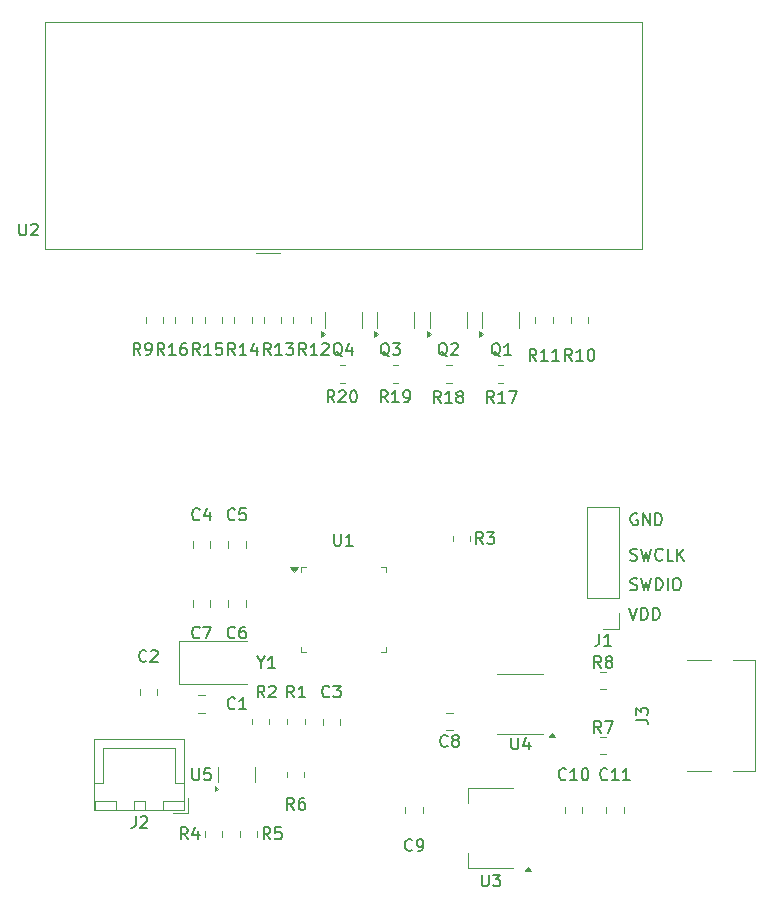
<source format=gbr>
%TF.GenerationSoftware,KiCad,Pcbnew,8.0.3*%
%TF.CreationDate,2024-07-18T13:59:58+08:00*%
%TF.ProjectId,NTC,4e54432e-6b69-4636-9164-5f7063625858,rev?*%
%TF.SameCoordinates,Original*%
%TF.FileFunction,Legend,Top*%
%TF.FilePolarity,Positive*%
%FSLAX46Y46*%
G04 Gerber Fmt 4.6, Leading zero omitted, Abs format (unit mm)*
G04 Created by KiCad (PCBNEW 8.0.3) date 2024-07-18 13:59:58*
%MOMM*%
%LPD*%
G01*
G04 APERTURE LIST*
%ADD10C,0.200000*%
%ADD11C,0.150000*%
%ADD12C,0.120000*%
G04 APERTURE END LIST*
D10*
X174893482Y-96414838D02*
X174798244Y-96367219D01*
X174798244Y-96367219D02*
X174655387Y-96367219D01*
X174655387Y-96367219D02*
X174512530Y-96414838D01*
X174512530Y-96414838D02*
X174417292Y-96510076D01*
X174417292Y-96510076D02*
X174369673Y-96605314D01*
X174369673Y-96605314D02*
X174322054Y-96795790D01*
X174322054Y-96795790D02*
X174322054Y-96938647D01*
X174322054Y-96938647D02*
X174369673Y-97129123D01*
X174369673Y-97129123D02*
X174417292Y-97224361D01*
X174417292Y-97224361D02*
X174512530Y-97319600D01*
X174512530Y-97319600D02*
X174655387Y-97367219D01*
X174655387Y-97367219D02*
X174750625Y-97367219D01*
X174750625Y-97367219D02*
X174893482Y-97319600D01*
X174893482Y-97319600D02*
X174941101Y-97271980D01*
X174941101Y-97271980D02*
X174941101Y-96938647D01*
X174941101Y-96938647D02*
X174750625Y-96938647D01*
X175369673Y-97367219D02*
X175369673Y-96367219D01*
X175369673Y-96367219D02*
X175941101Y-97367219D01*
X175941101Y-97367219D02*
X175941101Y-96367219D01*
X176417292Y-97367219D02*
X176417292Y-96367219D01*
X176417292Y-96367219D02*
X176655387Y-96367219D01*
X176655387Y-96367219D02*
X176798244Y-96414838D01*
X176798244Y-96414838D02*
X176893482Y-96510076D01*
X176893482Y-96510076D02*
X176941101Y-96605314D01*
X176941101Y-96605314D02*
X176988720Y-96795790D01*
X176988720Y-96795790D02*
X176988720Y-96938647D01*
X176988720Y-96938647D02*
X176941101Y-97129123D01*
X176941101Y-97129123D02*
X176893482Y-97224361D01*
X176893482Y-97224361D02*
X176798244Y-97319600D01*
X176798244Y-97319600D02*
X176655387Y-97367219D01*
X176655387Y-97367219D02*
X176417292Y-97367219D01*
X174322054Y-102819600D02*
X174464911Y-102867219D01*
X174464911Y-102867219D02*
X174703006Y-102867219D01*
X174703006Y-102867219D02*
X174798244Y-102819600D01*
X174798244Y-102819600D02*
X174845863Y-102771980D01*
X174845863Y-102771980D02*
X174893482Y-102676742D01*
X174893482Y-102676742D02*
X174893482Y-102581504D01*
X174893482Y-102581504D02*
X174845863Y-102486266D01*
X174845863Y-102486266D02*
X174798244Y-102438647D01*
X174798244Y-102438647D02*
X174703006Y-102391028D01*
X174703006Y-102391028D02*
X174512530Y-102343409D01*
X174512530Y-102343409D02*
X174417292Y-102295790D01*
X174417292Y-102295790D02*
X174369673Y-102248171D01*
X174369673Y-102248171D02*
X174322054Y-102152933D01*
X174322054Y-102152933D02*
X174322054Y-102057695D01*
X174322054Y-102057695D02*
X174369673Y-101962457D01*
X174369673Y-101962457D02*
X174417292Y-101914838D01*
X174417292Y-101914838D02*
X174512530Y-101867219D01*
X174512530Y-101867219D02*
X174750625Y-101867219D01*
X174750625Y-101867219D02*
X174893482Y-101914838D01*
X175226816Y-101867219D02*
X175464911Y-102867219D01*
X175464911Y-102867219D02*
X175655387Y-102152933D01*
X175655387Y-102152933D02*
X175845863Y-102867219D01*
X175845863Y-102867219D02*
X176083959Y-101867219D01*
X176464911Y-102867219D02*
X176464911Y-101867219D01*
X176464911Y-101867219D02*
X176703006Y-101867219D01*
X176703006Y-101867219D02*
X176845863Y-101914838D01*
X176845863Y-101914838D02*
X176941101Y-102010076D01*
X176941101Y-102010076D02*
X176988720Y-102105314D01*
X176988720Y-102105314D02*
X177036339Y-102295790D01*
X177036339Y-102295790D02*
X177036339Y-102438647D01*
X177036339Y-102438647D02*
X176988720Y-102629123D01*
X176988720Y-102629123D02*
X176941101Y-102724361D01*
X176941101Y-102724361D02*
X176845863Y-102819600D01*
X176845863Y-102819600D02*
X176703006Y-102867219D01*
X176703006Y-102867219D02*
X176464911Y-102867219D01*
X177464911Y-102867219D02*
X177464911Y-101867219D01*
X178131577Y-101867219D02*
X178322053Y-101867219D01*
X178322053Y-101867219D02*
X178417291Y-101914838D01*
X178417291Y-101914838D02*
X178512529Y-102010076D01*
X178512529Y-102010076D02*
X178560148Y-102200552D01*
X178560148Y-102200552D02*
X178560148Y-102533885D01*
X178560148Y-102533885D02*
X178512529Y-102724361D01*
X178512529Y-102724361D02*
X178417291Y-102819600D01*
X178417291Y-102819600D02*
X178322053Y-102867219D01*
X178322053Y-102867219D02*
X178131577Y-102867219D01*
X178131577Y-102867219D02*
X178036339Y-102819600D01*
X178036339Y-102819600D02*
X177941101Y-102724361D01*
X177941101Y-102724361D02*
X177893482Y-102533885D01*
X177893482Y-102533885D02*
X177893482Y-102200552D01*
X177893482Y-102200552D02*
X177941101Y-102010076D01*
X177941101Y-102010076D02*
X178036339Y-101914838D01*
X178036339Y-101914838D02*
X178131577Y-101867219D01*
X174226816Y-104367219D02*
X174560149Y-105367219D01*
X174560149Y-105367219D02*
X174893482Y-104367219D01*
X175226816Y-105367219D02*
X175226816Y-104367219D01*
X175226816Y-104367219D02*
X175464911Y-104367219D01*
X175464911Y-104367219D02*
X175607768Y-104414838D01*
X175607768Y-104414838D02*
X175703006Y-104510076D01*
X175703006Y-104510076D02*
X175750625Y-104605314D01*
X175750625Y-104605314D02*
X175798244Y-104795790D01*
X175798244Y-104795790D02*
X175798244Y-104938647D01*
X175798244Y-104938647D02*
X175750625Y-105129123D01*
X175750625Y-105129123D02*
X175703006Y-105224361D01*
X175703006Y-105224361D02*
X175607768Y-105319600D01*
X175607768Y-105319600D02*
X175464911Y-105367219D01*
X175464911Y-105367219D02*
X175226816Y-105367219D01*
X176226816Y-105367219D02*
X176226816Y-104367219D01*
X176226816Y-104367219D02*
X176464911Y-104367219D01*
X176464911Y-104367219D02*
X176607768Y-104414838D01*
X176607768Y-104414838D02*
X176703006Y-104510076D01*
X176703006Y-104510076D02*
X176750625Y-104605314D01*
X176750625Y-104605314D02*
X176798244Y-104795790D01*
X176798244Y-104795790D02*
X176798244Y-104938647D01*
X176798244Y-104938647D02*
X176750625Y-105129123D01*
X176750625Y-105129123D02*
X176703006Y-105224361D01*
X176703006Y-105224361D02*
X176607768Y-105319600D01*
X176607768Y-105319600D02*
X176464911Y-105367219D01*
X176464911Y-105367219D02*
X176226816Y-105367219D01*
X174322054Y-100319600D02*
X174464911Y-100367219D01*
X174464911Y-100367219D02*
X174703006Y-100367219D01*
X174703006Y-100367219D02*
X174798244Y-100319600D01*
X174798244Y-100319600D02*
X174845863Y-100271980D01*
X174845863Y-100271980D02*
X174893482Y-100176742D01*
X174893482Y-100176742D02*
X174893482Y-100081504D01*
X174893482Y-100081504D02*
X174845863Y-99986266D01*
X174845863Y-99986266D02*
X174798244Y-99938647D01*
X174798244Y-99938647D02*
X174703006Y-99891028D01*
X174703006Y-99891028D02*
X174512530Y-99843409D01*
X174512530Y-99843409D02*
X174417292Y-99795790D01*
X174417292Y-99795790D02*
X174369673Y-99748171D01*
X174369673Y-99748171D02*
X174322054Y-99652933D01*
X174322054Y-99652933D02*
X174322054Y-99557695D01*
X174322054Y-99557695D02*
X174369673Y-99462457D01*
X174369673Y-99462457D02*
X174417292Y-99414838D01*
X174417292Y-99414838D02*
X174512530Y-99367219D01*
X174512530Y-99367219D02*
X174750625Y-99367219D01*
X174750625Y-99367219D02*
X174893482Y-99414838D01*
X175226816Y-99367219D02*
X175464911Y-100367219D01*
X175464911Y-100367219D02*
X175655387Y-99652933D01*
X175655387Y-99652933D02*
X175845863Y-100367219D01*
X175845863Y-100367219D02*
X176083959Y-99367219D01*
X177036339Y-100271980D02*
X176988720Y-100319600D01*
X176988720Y-100319600D02*
X176845863Y-100367219D01*
X176845863Y-100367219D02*
X176750625Y-100367219D01*
X176750625Y-100367219D02*
X176607768Y-100319600D01*
X176607768Y-100319600D02*
X176512530Y-100224361D01*
X176512530Y-100224361D02*
X176464911Y-100129123D01*
X176464911Y-100129123D02*
X176417292Y-99938647D01*
X176417292Y-99938647D02*
X176417292Y-99795790D01*
X176417292Y-99795790D02*
X176464911Y-99605314D01*
X176464911Y-99605314D02*
X176512530Y-99510076D01*
X176512530Y-99510076D02*
X176607768Y-99414838D01*
X176607768Y-99414838D02*
X176750625Y-99367219D01*
X176750625Y-99367219D02*
X176845863Y-99367219D01*
X176845863Y-99367219D02*
X176988720Y-99414838D01*
X176988720Y-99414838D02*
X177036339Y-99462457D01*
X177941101Y-100367219D02*
X177464911Y-100367219D01*
X177464911Y-100367219D02*
X177464911Y-99367219D01*
X178274435Y-100367219D02*
X178274435Y-99367219D01*
X178845863Y-100367219D02*
X178417292Y-99795790D01*
X178845863Y-99367219D02*
X178274435Y-99938647D01*
D11*
X140833333Y-106859580D02*
X140785714Y-106907200D01*
X140785714Y-106907200D02*
X140642857Y-106954819D01*
X140642857Y-106954819D02*
X140547619Y-106954819D01*
X140547619Y-106954819D02*
X140404762Y-106907200D01*
X140404762Y-106907200D02*
X140309524Y-106811961D01*
X140309524Y-106811961D02*
X140261905Y-106716723D01*
X140261905Y-106716723D02*
X140214286Y-106526247D01*
X140214286Y-106526247D02*
X140214286Y-106383390D01*
X140214286Y-106383390D02*
X140261905Y-106192914D01*
X140261905Y-106192914D02*
X140309524Y-106097676D01*
X140309524Y-106097676D02*
X140404762Y-106002438D01*
X140404762Y-106002438D02*
X140547619Y-105954819D01*
X140547619Y-105954819D02*
X140642857Y-105954819D01*
X140642857Y-105954819D02*
X140785714Y-106002438D01*
X140785714Y-106002438D02*
X140833333Y-106050057D01*
X141690476Y-105954819D02*
X141500000Y-105954819D01*
X141500000Y-105954819D02*
X141404762Y-106002438D01*
X141404762Y-106002438D02*
X141357143Y-106050057D01*
X141357143Y-106050057D02*
X141261905Y-106192914D01*
X141261905Y-106192914D02*
X141214286Y-106383390D01*
X141214286Y-106383390D02*
X141214286Y-106764342D01*
X141214286Y-106764342D02*
X141261905Y-106859580D01*
X141261905Y-106859580D02*
X141309524Y-106907200D01*
X141309524Y-106907200D02*
X141404762Y-106954819D01*
X141404762Y-106954819D02*
X141595238Y-106954819D01*
X141595238Y-106954819D02*
X141690476Y-106907200D01*
X141690476Y-106907200D02*
X141738095Y-106859580D01*
X141738095Y-106859580D02*
X141785714Y-106764342D01*
X141785714Y-106764342D02*
X141785714Y-106526247D01*
X141785714Y-106526247D02*
X141738095Y-106431009D01*
X141738095Y-106431009D02*
X141690476Y-106383390D01*
X141690476Y-106383390D02*
X141595238Y-106335771D01*
X141595238Y-106335771D02*
X141404762Y-106335771D01*
X141404762Y-106335771D02*
X141309524Y-106383390D01*
X141309524Y-106383390D02*
X141261905Y-106431009D01*
X141261905Y-106431009D02*
X141214286Y-106526247D01*
X145833333Y-121454819D02*
X145500000Y-120978628D01*
X145261905Y-121454819D02*
X145261905Y-120454819D01*
X145261905Y-120454819D02*
X145642857Y-120454819D01*
X145642857Y-120454819D02*
X145738095Y-120502438D01*
X145738095Y-120502438D02*
X145785714Y-120550057D01*
X145785714Y-120550057D02*
X145833333Y-120645295D01*
X145833333Y-120645295D02*
X145833333Y-120788152D01*
X145833333Y-120788152D02*
X145785714Y-120883390D01*
X145785714Y-120883390D02*
X145738095Y-120931009D01*
X145738095Y-120931009D02*
X145642857Y-120978628D01*
X145642857Y-120978628D02*
X145261905Y-120978628D01*
X146690476Y-120454819D02*
X146500000Y-120454819D01*
X146500000Y-120454819D02*
X146404762Y-120502438D01*
X146404762Y-120502438D02*
X146357143Y-120550057D01*
X146357143Y-120550057D02*
X146261905Y-120692914D01*
X146261905Y-120692914D02*
X146214286Y-120883390D01*
X146214286Y-120883390D02*
X146214286Y-121264342D01*
X146214286Y-121264342D02*
X146261905Y-121359580D01*
X146261905Y-121359580D02*
X146309524Y-121407200D01*
X146309524Y-121407200D02*
X146404762Y-121454819D01*
X146404762Y-121454819D02*
X146595238Y-121454819D01*
X146595238Y-121454819D02*
X146690476Y-121407200D01*
X146690476Y-121407200D02*
X146738095Y-121359580D01*
X146738095Y-121359580D02*
X146785714Y-121264342D01*
X146785714Y-121264342D02*
X146785714Y-121026247D01*
X146785714Y-121026247D02*
X146738095Y-120931009D01*
X146738095Y-120931009D02*
X146690476Y-120883390D01*
X146690476Y-120883390D02*
X146595238Y-120835771D01*
X146595238Y-120835771D02*
X146404762Y-120835771D01*
X146404762Y-120835771D02*
X146309524Y-120883390D01*
X146309524Y-120883390D02*
X146261905Y-120931009D01*
X146261905Y-120931009D02*
X146214286Y-121026247D01*
X168857142Y-118859580D02*
X168809523Y-118907200D01*
X168809523Y-118907200D02*
X168666666Y-118954819D01*
X168666666Y-118954819D02*
X168571428Y-118954819D01*
X168571428Y-118954819D02*
X168428571Y-118907200D01*
X168428571Y-118907200D02*
X168333333Y-118811961D01*
X168333333Y-118811961D02*
X168285714Y-118716723D01*
X168285714Y-118716723D02*
X168238095Y-118526247D01*
X168238095Y-118526247D02*
X168238095Y-118383390D01*
X168238095Y-118383390D02*
X168285714Y-118192914D01*
X168285714Y-118192914D02*
X168333333Y-118097676D01*
X168333333Y-118097676D02*
X168428571Y-118002438D01*
X168428571Y-118002438D02*
X168571428Y-117954819D01*
X168571428Y-117954819D02*
X168666666Y-117954819D01*
X168666666Y-117954819D02*
X168809523Y-118002438D01*
X168809523Y-118002438D02*
X168857142Y-118050057D01*
X169809523Y-118954819D02*
X169238095Y-118954819D01*
X169523809Y-118954819D02*
X169523809Y-117954819D01*
X169523809Y-117954819D02*
X169428571Y-118097676D01*
X169428571Y-118097676D02*
X169333333Y-118192914D01*
X169333333Y-118192914D02*
X169238095Y-118240533D01*
X170428571Y-117954819D02*
X170523809Y-117954819D01*
X170523809Y-117954819D02*
X170619047Y-118002438D01*
X170619047Y-118002438D02*
X170666666Y-118050057D01*
X170666666Y-118050057D02*
X170714285Y-118145295D01*
X170714285Y-118145295D02*
X170761904Y-118335771D01*
X170761904Y-118335771D02*
X170761904Y-118573866D01*
X170761904Y-118573866D02*
X170714285Y-118764342D01*
X170714285Y-118764342D02*
X170666666Y-118859580D01*
X170666666Y-118859580D02*
X170619047Y-118907200D01*
X170619047Y-118907200D02*
X170523809Y-118954819D01*
X170523809Y-118954819D02*
X170428571Y-118954819D01*
X170428571Y-118954819D02*
X170333333Y-118907200D01*
X170333333Y-118907200D02*
X170285714Y-118859580D01*
X170285714Y-118859580D02*
X170238095Y-118764342D01*
X170238095Y-118764342D02*
X170190476Y-118573866D01*
X170190476Y-118573866D02*
X170190476Y-118335771D01*
X170190476Y-118335771D02*
X170238095Y-118145295D01*
X170238095Y-118145295D02*
X170285714Y-118050057D01*
X170285714Y-118050057D02*
X170333333Y-118002438D01*
X170333333Y-118002438D02*
X170428571Y-117954819D01*
X137833333Y-96859580D02*
X137785714Y-96907200D01*
X137785714Y-96907200D02*
X137642857Y-96954819D01*
X137642857Y-96954819D02*
X137547619Y-96954819D01*
X137547619Y-96954819D02*
X137404762Y-96907200D01*
X137404762Y-96907200D02*
X137309524Y-96811961D01*
X137309524Y-96811961D02*
X137261905Y-96716723D01*
X137261905Y-96716723D02*
X137214286Y-96526247D01*
X137214286Y-96526247D02*
X137214286Y-96383390D01*
X137214286Y-96383390D02*
X137261905Y-96192914D01*
X137261905Y-96192914D02*
X137309524Y-96097676D01*
X137309524Y-96097676D02*
X137404762Y-96002438D01*
X137404762Y-96002438D02*
X137547619Y-95954819D01*
X137547619Y-95954819D02*
X137642857Y-95954819D01*
X137642857Y-95954819D02*
X137785714Y-96002438D01*
X137785714Y-96002438D02*
X137833333Y-96050057D01*
X138690476Y-96288152D02*
X138690476Y-96954819D01*
X138452381Y-95907200D02*
X138214286Y-96621485D01*
X138214286Y-96621485D02*
X138833333Y-96621485D01*
X171666666Y-106584819D02*
X171666666Y-107299104D01*
X171666666Y-107299104D02*
X171619047Y-107441961D01*
X171619047Y-107441961D02*
X171523809Y-107537200D01*
X171523809Y-107537200D02*
X171380952Y-107584819D01*
X171380952Y-107584819D02*
X171285714Y-107584819D01*
X172666666Y-107584819D02*
X172095238Y-107584819D01*
X172380952Y-107584819D02*
X172380952Y-106584819D01*
X172380952Y-106584819D02*
X172285714Y-106727676D01*
X172285714Y-106727676D02*
X172190476Y-106822914D01*
X172190476Y-106822914D02*
X172095238Y-106870533D01*
X153904761Y-83050057D02*
X153809523Y-83002438D01*
X153809523Y-83002438D02*
X153714285Y-82907200D01*
X153714285Y-82907200D02*
X153571428Y-82764342D01*
X153571428Y-82764342D02*
X153476190Y-82716723D01*
X153476190Y-82716723D02*
X153380952Y-82716723D01*
X153428571Y-82954819D02*
X153333333Y-82907200D01*
X153333333Y-82907200D02*
X153238095Y-82811961D01*
X153238095Y-82811961D02*
X153190476Y-82621485D01*
X153190476Y-82621485D02*
X153190476Y-82288152D01*
X153190476Y-82288152D02*
X153238095Y-82097676D01*
X153238095Y-82097676D02*
X153333333Y-82002438D01*
X153333333Y-82002438D02*
X153428571Y-81954819D01*
X153428571Y-81954819D02*
X153619047Y-81954819D01*
X153619047Y-81954819D02*
X153714285Y-82002438D01*
X153714285Y-82002438D02*
X153809523Y-82097676D01*
X153809523Y-82097676D02*
X153857142Y-82288152D01*
X153857142Y-82288152D02*
X153857142Y-82621485D01*
X153857142Y-82621485D02*
X153809523Y-82811961D01*
X153809523Y-82811961D02*
X153714285Y-82907200D01*
X153714285Y-82907200D02*
X153619047Y-82954819D01*
X153619047Y-82954819D02*
X153428571Y-82954819D01*
X154190476Y-81954819D02*
X154809523Y-81954819D01*
X154809523Y-81954819D02*
X154476190Y-82335771D01*
X154476190Y-82335771D02*
X154619047Y-82335771D01*
X154619047Y-82335771D02*
X154714285Y-82383390D01*
X154714285Y-82383390D02*
X154761904Y-82431009D01*
X154761904Y-82431009D02*
X154809523Y-82526247D01*
X154809523Y-82526247D02*
X154809523Y-82764342D01*
X154809523Y-82764342D02*
X154761904Y-82859580D01*
X154761904Y-82859580D02*
X154714285Y-82907200D01*
X154714285Y-82907200D02*
X154619047Y-82954819D01*
X154619047Y-82954819D02*
X154333333Y-82954819D01*
X154333333Y-82954819D02*
X154238095Y-82907200D01*
X154238095Y-82907200D02*
X154190476Y-82859580D01*
X158804761Y-83050057D02*
X158709523Y-83002438D01*
X158709523Y-83002438D02*
X158614285Y-82907200D01*
X158614285Y-82907200D02*
X158471428Y-82764342D01*
X158471428Y-82764342D02*
X158376190Y-82716723D01*
X158376190Y-82716723D02*
X158280952Y-82716723D01*
X158328571Y-82954819D02*
X158233333Y-82907200D01*
X158233333Y-82907200D02*
X158138095Y-82811961D01*
X158138095Y-82811961D02*
X158090476Y-82621485D01*
X158090476Y-82621485D02*
X158090476Y-82288152D01*
X158090476Y-82288152D02*
X158138095Y-82097676D01*
X158138095Y-82097676D02*
X158233333Y-82002438D01*
X158233333Y-82002438D02*
X158328571Y-81954819D01*
X158328571Y-81954819D02*
X158519047Y-81954819D01*
X158519047Y-81954819D02*
X158614285Y-82002438D01*
X158614285Y-82002438D02*
X158709523Y-82097676D01*
X158709523Y-82097676D02*
X158757142Y-82288152D01*
X158757142Y-82288152D02*
X158757142Y-82621485D01*
X158757142Y-82621485D02*
X158709523Y-82811961D01*
X158709523Y-82811961D02*
X158614285Y-82907200D01*
X158614285Y-82907200D02*
X158519047Y-82954819D01*
X158519047Y-82954819D02*
X158328571Y-82954819D01*
X159138095Y-82050057D02*
X159185714Y-82002438D01*
X159185714Y-82002438D02*
X159280952Y-81954819D01*
X159280952Y-81954819D02*
X159519047Y-81954819D01*
X159519047Y-81954819D02*
X159614285Y-82002438D01*
X159614285Y-82002438D02*
X159661904Y-82050057D01*
X159661904Y-82050057D02*
X159709523Y-82145295D01*
X159709523Y-82145295D02*
X159709523Y-82240533D01*
X159709523Y-82240533D02*
X159661904Y-82383390D01*
X159661904Y-82383390D02*
X159090476Y-82954819D01*
X159090476Y-82954819D02*
X159709523Y-82954819D01*
X155833333Y-124859580D02*
X155785714Y-124907200D01*
X155785714Y-124907200D02*
X155642857Y-124954819D01*
X155642857Y-124954819D02*
X155547619Y-124954819D01*
X155547619Y-124954819D02*
X155404762Y-124907200D01*
X155404762Y-124907200D02*
X155309524Y-124811961D01*
X155309524Y-124811961D02*
X155261905Y-124716723D01*
X155261905Y-124716723D02*
X155214286Y-124526247D01*
X155214286Y-124526247D02*
X155214286Y-124383390D01*
X155214286Y-124383390D02*
X155261905Y-124192914D01*
X155261905Y-124192914D02*
X155309524Y-124097676D01*
X155309524Y-124097676D02*
X155404762Y-124002438D01*
X155404762Y-124002438D02*
X155547619Y-123954819D01*
X155547619Y-123954819D02*
X155642857Y-123954819D01*
X155642857Y-123954819D02*
X155785714Y-124002438D01*
X155785714Y-124002438D02*
X155833333Y-124050057D01*
X156309524Y-124954819D02*
X156500000Y-124954819D01*
X156500000Y-124954819D02*
X156595238Y-124907200D01*
X156595238Y-124907200D02*
X156642857Y-124859580D01*
X156642857Y-124859580D02*
X156738095Y-124716723D01*
X156738095Y-124716723D02*
X156785714Y-124526247D01*
X156785714Y-124526247D02*
X156785714Y-124145295D01*
X156785714Y-124145295D02*
X156738095Y-124050057D01*
X156738095Y-124050057D02*
X156690476Y-124002438D01*
X156690476Y-124002438D02*
X156595238Y-123954819D01*
X156595238Y-123954819D02*
X156404762Y-123954819D01*
X156404762Y-123954819D02*
X156309524Y-124002438D01*
X156309524Y-124002438D02*
X156261905Y-124050057D01*
X156261905Y-124050057D02*
X156214286Y-124145295D01*
X156214286Y-124145295D02*
X156214286Y-124383390D01*
X156214286Y-124383390D02*
X156261905Y-124478628D01*
X156261905Y-124478628D02*
X156309524Y-124526247D01*
X156309524Y-124526247D02*
X156404762Y-124573866D01*
X156404762Y-124573866D02*
X156595238Y-124573866D01*
X156595238Y-124573866D02*
X156690476Y-124526247D01*
X156690476Y-124526247D02*
X156738095Y-124478628D01*
X156738095Y-124478628D02*
X156785714Y-124383390D01*
X137857142Y-82954819D02*
X137523809Y-82478628D01*
X137285714Y-82954819D02*
X137285714Y-81954819D01*
X137285714Y-81954819D02*
X137666666Y-81954819D01*
X137666666Y-81954819D02*
X137761904Y-82002438D01*
X137761904Y-82002438D02*
X137809523Y-82050057D01*
X137809523Y-82050057D02*
X137857142Y-82145295D01*
X137857142Y-82145295D02*
X137857142Y-82288152D01*
X137857142Y-82288152D02*
X137809523Y-82383390D01*
X137809523Y-82383390D02*
X137761904Y-82431009D01*
X137761904Y-82431009D02*
X137666666Y-82478628D01*
X137666666Y-82478628D02*
X137285714Y-82478628D01*
X138809523Y-82954819D02*
X138238095Y-82954819D01*
X138523809Y-82954819D02*
X138523809Y-81954819D01*
X138523809Y-81954819D02*
X138428571Y-82097676D01*
X138428571Y-82097676D02*
X138333333Y-82192914D01*
X138333333Y-82192914D02*
X138238095Y-82240533D01*
X139714285Y-81954819D02*
X139238095Y-81954819D01*
X139238095Y-81954819D02*
X139190476Y-82431009D01*
X139190476Y-82431009D02*
X139238095Y-82383390D01*
X139238095Y-82383390D02*
X139333333Y-82335771D01*
X139333333Y-82335771D02*
X139571428Y-82335771D01*
X139571428Y-82335771D02*
X139666666Y-82383390D01*
X139666666Y-82383390D02*
X139714285Y-82431009D01*
X139714285Y-82431009D02*
X139761904Y-82526247D01*
X139761904Y-82526247D02*
X139761904Y-82764342D01*
X139761904Y-82764342D02*
X139714285Y-82859580D01*
X139714285Y-82859580D02*
X139666666Y-82907200D01*
X139666666Y-82907200D02*
X139571428Y-82954819D01*
X139571428Y-82954819D02*
X139333333Y-82954819D01*
X139333333Y-82954819D02*
X139238095Y-82907200D01*
X139238095Y-82907200D02*
X139190476Y-82859580D01*
X162757142Y-87017319D02*
X162423809Y-86541128D01*
X162185714Y-87017319D02*
X162185714Y-86017319D01*
X162185714Y-86017319D02*
X162566666Y-86017319D01*
X162566666Y-86017319D02*
X162661904Y-86064938D01*
X162661904Y-86064938D02*
X162709523Y-86112557D01*
X162709523Y-86112557D02*
X162757142Y-86207795D01*
X162757142Y-86207795D02*
X162757142Y-86350652D01*
X162757142Y-86350652D02*
X162709523Y-86445890D01*
X162709523Y-86445890D02*
X162661904Y-86493509D01*
X162661904Y-86493509D02*
X162566666Y-86541128D01*
X162566666Y-86541128D02*
X162185714Y-86541128D01*
X163709523Y-87017319D02*
X163138095Y-87017319D01*
X163423809Y-87017319D02*
X163423809Y-86017319D01*
X163423809Y-86017319D02*
X163328571Y-86160176D01*
X163328571Y-86160176D02*
X163233333Y-86255414D01*
X163233333Y-86255414D02*
X163138095Y-86303033D01*
X164042857Y-86017319D02*
X164709523Y-86017319D01*
X164709523Y-86017319D02*
X164280952Y-87017319D01*
X122578095Y-71832319D02*
X122578095Y-72641842D01*
X122578095Y-72641842D02*
X122625714Y-72737080D01*
X122625714Y-72737080D02*
X122673333Y-72784700D01*
X122673333Y-72784700D02*
X122768571Y-72832319D01*
X122768571Y-72832319D02*
X122959047Y-72832319D01*
X122959047Y-72832319D02*
X123054285Y-72784700D01*
X123054285Y-72784700D02*
X123101904Y-72737080D01*
X123101904Y-72737080D02*
X123149523Y-72641842D01*
X123149523Y-72641842D02*
X123149523Y-71832319D01*
X123578095Y-71927557D02*
X123625714Y-71879938D01*
X123625714Y-71879938D02*
X123720952Y-71832319D01*
X123720952Y-71832319D02*
X123959047Y-71832319D01*
X123959047Y-71832319D02*
X124054285Y-71879938D01*
X124054285Y-71879938D02*
X124101904Y-71927557D01*
X124101904Y-71927557D02*
X124149523Y-72022795D01*
X124149523Y-72022795D02*
X124149523Y-72118033D01*
X124149523Y-72118033D02*
X124101904Y-72260890D01*
X124101904Y-72260890D02*
X123530476Y-72832319D01*
X123530476Y-72832319D02*
X124149523Y-72832319D01*
X143833333Y-123954819D02*
X143500000Y-123478628D01*
X143261905Y-123954819D02*
X143261905Y-122954819D01*
X143261905Y-122954819D02*
X143642857Y-122954819D01*
X143642857Y-122954819D02*
X143738095Y-123002438D01*
X143738095Y-123002438D02*
X143785714Y-123050057D01*
X143785714Y-123050057D02*
X143833333Y-123145295D01*
X143833333Y-123145295D02*
X143833333Y-123288152D01*
X143833333Y-123288152D02*
X143785714Y-123383390D01*
X143785714Y-123383390D02*
X143738095Y-123431009D01*
X143738095Y-123431009D02*
X143642857Y-123478628D01*
X143642857Y-123478628D02*
X143261905Y-123478628D01*
X144738095Y-122954819D02*
X144261905Y-122954819D01*
X144261905Y-122954819D02*
X144214286Y-123431009D01*
X144214286Y-123431009D02*
X144261905Y-123383390D01*
X144261905Y-123383390D02*
X144357143Y-123335771D01*
X144357143Y-123335771D02*
X144595238Y-123335771D01*
X144595238Y-123335771D02*
X144690476Y-123383390D01*
X144690476Y-123383390D02*
X144738095Y-123431009D01*
X144738095Y-123431009D02*
X144785714Y-123526247D01*
X144785714Y-123526247D02*
X144785714Y-123764342D01*
X144785714Y-123764342D02*
X144738095Y-123859580D01*
X144738095Y-123859580D02*
X144690476Y-123907200D01*
X144690476Y-123907200D02*
X144595238Y-123954819D01*
X144595238Y-123954819D02*
X144357143Y-123954819D01*
X144357143Y-123954819D02*
X144261905Y-123907200D01*
X144261905Y-123907200D02*
X144214286Y-123859580D01*
X146857142Y-82954819D02*
X146523809Y-82478628D01*
X146285714Y-82954819D02*
X146285714Y-81954819D01*
X146285714Y-81954819D02*
X146666666Y-81954819D01*
X146666666Y-81954819D02*
X146761904Y-82002438D01*
X146761904Y-82002438D02*
X146809523Y-82050057D01*
X146809523Y-82050057D02*
X146857142Y-82145295D01*
X146857142Y-82145295D02*
X146857142Y-82288152D01*
X146857142Y-82288152D02*
X146809523Y-82383390D01*
X146809523Y-82383390D02*
X146761904Y-82431009D01*
X146761904Y-82431009D02*
X146666666Y-82478628D01*
X146666666Y-82478628D02*
X146285714Y-82478628D01*
X147809523Y-82954819D02*
X147238095Y-82954819D01*
X147523809Y-82954819D02*
X147523809Y-81954819D01*
X147523809Y-81954819D02*
X147428571Y-82097676D01*
X147428571Y-82097676D02*
X147333333Y-82192914D01*
X147333333Y-82192914D02*
X147238095Y-82240533D01*
X148190476Y-82050057D02*
X148238095Y-82002438D01*
X148238095Y-82002438D02*
X148333333Y-81954819D01*
X148333333Y-81954819D02*
X148571428Y-81954819D01*
X148571428Y-81954819D02*
X148666666Y-82002438D01*
X148666666Y-82002438D02*
X148714285Y-82050057D01*
X148714285Y-82050057D02*
X148761904Y-82145295D01*
X148761904Y-82145295D02*
X148761904Y-82240533D01*
X148761904Y-82240533D02*
X148714285Y-82383390D01*
X148714285Y-82383390D02*
X148142857Y-82954819D01*
X148142857Y-82954819D02*
X148761904Y-82954819D01*
X149257142Y-86954819D02*
X148923809Y-86478628D01*
X148685714Y-86954819D02*
X148685714Y-85954819D01*
X148685714Y-85954819D02*
X149066666Y-85954819D01*
X149066666Y-85954819D02*
X149161904Y-86002438D01*
X149161904Y-86002438D02*
X149209523Y-86050057D01*
X149209523Y-86050057D02*
X149257142Y-86145295D01*
X149257142Y-86145295D02*
X149257142Y-86288152D01*
X149257142Y-86288152D02*
X149209523Y-86383390D01*
X149209523Y-86383390D02*
X149161904Y-86431009D01*
X149161904Y-86431009D02*
X149066666Y-86478628D01*
X149066666Y-86478628D02*
X148685714Y-86478628D01*
X149638095Y-86050057D02*
X149685714Y-86002438D01*
X149685714Y-86002438D02*
X149780952Y-85954819D01*
X149780952Y-85954819D02*
X150019047Y-85954819D01*
X150019047Y-85954819D02*
X150114285Y-86002438D01*
X150114285Y-86002438D02*
X150161904Y-86050057D01*
X150161904Y-86050057D02*
X150209523Y-86145295D01*
X150209523Y-86145295D02*
X150209523Y-86240533D01*
X150209523Y-86240533D02*
X150161904Y-86383390D01*
X150161904Y-86383390D02*
X149590476Y-86954819D01*
X149590476Y-86954819D02*
X150209523Y-86954819D01*
X150828571Y-85954819D02*
X150923809Y-85954819D01*
X150923809Y-85954819D02*
X151019047Y-86002438D01*
X151019047Y-86002438D02*
X151066666Y-86050057D01*
X151066666Y-86050057D02*
X151114285Y-86145295D01*
X151114285Y-86145295D02*
X151161904Y-86335771D01*
X151161904Y-86335771D02*
X151161904Y-86573866D01*
X151161904Y-86573866D02*
X151114285Y-86764342D01*
X151114285Y-86764342D02*
X151066666Y-86859580D01*
X151066666Y-86859580D02*
X151019047Y-86907200D01*
X151019047Y-86907200D02*
X150923809Y-86954819D01*
X150923809Y-86954819D02*
X150828571Y-86954819D01*
X150828571Y-86954819D02*
X150733333Y-86907200D01*
X150733333Y-86907200D02*
X150685714Y-86859580D01*
X150685714Y-86859580D02*
X150638095Y-86764342D01*
X150638095Y-86764342D02*
X150590476Y-86573866D01*
X150590476Y-86573866D02*
X150590476Y-86335771D01*
X150590476Y-86335771D02*
X150638095Y-86145295D01*
X150638095Y-86145295D02*
X150685714Y-86050057D01*
X150685714Y-86050057D02*
X150733333Y-86002438D01*
X150733333Y-86002438D02*
X150828571Y-85954819D01*
X172357142Y-118859580D02*
X172309523Y-118907200D01*
X172309523Y-118907200D02*
X172166666Y-118954819D01*
X172166666Y-118954819D02*
X172071428Y-118954819D01*
X172071428Y-118954819D02*
X171928571Y-118907200D01*
X171928571Y-118907200D02*
X171833333Y-118811961D01*
X171833333Y-118811961D02*
X171785714Y-118716723D01*
X171785714Y-118716723D02*
X171738095Y-118526247D01*
X171738095Y-118526247D02*
X171738095Y-118383390D01*
X171738095Y-118383390D02*
X171785714Y-118192914D01*
X171785714Y-118192914D02*
X171833333Y-118097676D01*
X171833333Y-118097676D02*
X171928571Y-118002438D01*
X171928571Y-118002438D02*
X172071428Y-117954819D01*
X172071428Y-117954819D02*
X172166666Y-117954819D01*
X172166666Y-117954819D02*
X172309523Y-118002438D01*
X172309523Y-118002438D02*
X172357142Y-118050057D01*
X173309523Y-118954819D02*
X172738095Y-118954819D01*
X173023809Y-118954819D02*
X173023809Y-117954819D01*
X173023809Y-117954819D02*
X172928571Y-118097676D01*
X172928571Y-118097676D02*
X172833333Y-118192914D01*
X172833333Y-118192914D02*
X172738095Y-118240533D01*
X174261904Y-118954819D02*
X173690476Y-118954819D01*
X173976190Y-118954819D02*
X173976190Y-117954819D01*
X173976190Y-117954819D02*
X173880952Y-118097676D01*
X173880952Y-118097676D02*
X173785714Y-118192914D01*
X173785714Y-118192914D02*
X173690476Y-118240533D01*
X158257142Y-87017319D02*
X157923809Y-86541128D01*
X157685714Y-87017319D02*
X157685714Y-86017319D01*
X157685714Y-86017319D02*
X158066666Y-86017319D01*
X158066666Y-86017319D02*
X158161904Y-86064938D01*
X158161904Y-86064938D02*
X158209523Y-86112557D01*
X158209523Y-86112557D02*
X158257142Y-86207795D01*
X158257142Y-86207795D02*
X158257142Y-86350652D01*
X158257142Y-86350652D02*
X158209523Y-86445890D01*
X158209523Y-86445890D02*
X158161904Y-86493509D01*
X158161904Y-86493509D02*
X158066666Y-86541128D01*
X158066666Y-86541128D02*
X157685714Y-86541128D01*
X159209523Y-87017319D02*
X158638095Y-87017319D01*
X158923809Y-87017319D02*
X158923809Y-86017319D01*
X158923809Y-86017319D02*
X158828571Y-86160176D01*
X158828571Y-86160176D02*
X158733333Y-86255414D01*
X158733333Y-86255414D02*
X158638095Y-86303033D01*
X159780952Y-86445890D02*
X159685714Y-86398271D01*
X159685714Y-86398271D02*
X159638095Y-86350652D01*
X159638095Y-86350652D02*
X159590476Y-86255414D01*
X159590476Y-86255414D02*
X159590476Y-86207795D01*
X159590476Y-86207795D02*
X159638095Y-86112557D01*
X159638095Y-86112557D02*
X159685714Y-86064938D01*
X159685714Y-86064938D02*
X159780952Y-86017319D01*
X159780952Y-86017319D02*
X159971428Y-86017319D01*
X159971428Y-86017319D02*
X160066666Y-86064938D01*
X160066666Y-86064938D02*
X160114285Y-86112557D01*
X160114285Y-86112557D02*
X160161904Y-86207795D01*
X160161904Y-86207795D02*
X160161904Y-86255414D01*
X160161904Y-86255414D02*
X160114285Y-86350652D01*
X160114285Y-86350652D02*
X160066666Y-86398271D01*
X160066666Y-86398271D02*
X159971428Y-86445890D01*
X159971428Y-86445890D02*
X159780952Y-86445890D01*
X159780952Y-86445890D02*
X159685714Y-86493509D01*
X159685714Y-86493509D02*
X159638095Y-86541128D01*
X159638095Y-86541128D02*
X159590476Y-86636366D01*
X159590476Y-86636366D02*
X159590476Y-86826842D01*
X159590476Y-86826842D02*
X159638095Y-86922080D01*
X159638095Y-86922080D02*
X159685714Y-86969700D01*
X159685714Y-86969700D02*
X159780952Y-87017319D01*
X159780952Y-87017319D02*
X159971428Y-87017319D01*
X159971428Y-87017319D02*
X160066666Y-86969700D01*
X160066666Y-86969700D02*
X160114285Y-86922080D01*
X160114285Y-86922080D02*
X160161904Y-86826842D01*
X160161904Y-86826842D02*
X160161904Y-86636366D01*
X160161904Y-86636366D02*
X160114285Y-86541128D01*
X160114285Y-86541128D02*
X160066666Y-86493509D01*
X160066666Y-86493509D02*
X159971428Y-86445890D01*
X132833333Y-82954819D02*
X132500000Y-82478628D01*
X132261905Y-82954819D02*
X132261905Y-81954819D01*
X132261905Y-81954819D02*
X132642857Y-81954819D01*
X132642857Y-81954819D02*
X132738095Y-82002438D01*
X132738095Y-82002438D02*
X132785714Y-82050057D01*
X132785714Y-82050057D02*
X132833333Y-82145295D01*
X132833333Y-82145295D02*
X132833333Y-82288152D01*
X132833333Y-82288152D02*
X132785714Y-82383390D01*
X132785714Y-82383390D02*
X132738095Y-82431009D01*
X132738095Y-82431009D02*
X132642857Y-82478628D01*
X132642857Y-82478628D02*
X132261905Y-82478628D01*
X133309524Y-82954819D02*
X133500000Y-82954819D01*
X133500000Y-82954819D02*
X133595238Y-82907200D01*
X133595238Y-82907200D02*
X133642857Y-82859580D01*
X133642857Y-82859580D02*
X133738095Y-82716723D01*
X133738095Y-82716723D02*
X133785714Y-82526247D01*
X133785714Y-82526247D02*
X133785714Y-82145295D01*
X133785714Y-82145295D02*
X133738095Y-82050057D01*
X133738095Y-82050057D02*
X133690476Y-82002438D01*
X133690476Y-82002438D02*
X133595238Y-81954819D01*
X133595238Y-81954819D02*
X133404762Y-81954819D01*
X133404762Y-81954819D02*
X133309524Y-82002438D01*
X133309524Y-82002438D02*
X133261905Y-82050057D01*
X133261905Y-82050057D02*
X133214286Y-82145295D01*
X133214286Y-82145295D02*
X133214286Y-82383390D01*
X133214286Y-82383390D02*
X133261905Y-82478628D01*
X133261905Y-82478628D02*
X133309524Y-82526247D01*
X133309524Y-82526247D02*
X133404762Y-82573866D01*
X133404762Y-82573866D02*
X133595238Y-82573866D01*
X133595238Y-82573866D02*
X133690476Y-82526247D01*
X133690476Y-82526247D02*
X133738095Y-82478628D01*
X133738095Y-82478628D02*
X133785714Y-82383390D01*
X145833333Y-111954819D02*
X145500000Y-111478628D01*
X145261905Y-111954819D02*
X145261905Y-110954819D01*
X145261905Y-110954819D02*
X145642857Y-110954819D01*
X145642857Y-110954819D02*
X145738095Y-111002438D01*
X145738095Y-111002438D02*
X145785714Y-111050057D01*
X145785714Y-111050057D02*
X145833333Y-111145295D01*
X145833333Y-111145295D02*
X145833333Y-111288152D01*
X145833333Y-111288152D02*
X145785714Y-111383390D01*
X145785714Y-111383390D02*
X145738095Y-111431009D01*
X145738095Y-111431009D02*
X145642857Y-111478628D01*
X145642857Y-111478628D02*
X145261905Y-111478628D01*
X146785714Y-111954819D02*
X146214286Y-111954819D01*
X146500000Y-111954819D02*
X146500000Y-110954819D01*
X146500000Y-110954819D02*
X146404762Y-111097676D01*
X146404762Y-111097676D02*
X146309524Y-111192914D01*
X146309524Y-111192914D02*
X146214286Y-111240533D01*
X171833333Y-114954819D02*
X171500000Y-114478628D01*
X171261905Y-114954819D02*
X171261905Y-113954819D01*
X171261905Y-113954819D02*
X171642857Y-113954819D01*
X171642857Y-113954819D02*
X171738095Y-114002438D01*
X171738095Y-114002438D02*
X171785714Y-114050057D01*
X171785714Y-114050057D02*
X171833333Y-114145295D01*
X171833333Y-114145295D02*
X171833333Y-114288152D01*
X171833333Y-114288152D02*
X171785714Y-114383390D01*
X171785714Y-114383390D02*
X171738095Y-114431009D01*
X171738095Y-114431009D02*
X171642857Y-114478628D01*
X171642857Y-114478628D02*
X171261905Y-114478628D01*
X172166667Y-113954819D02*
X172833333Y-113954819D01*
X172833333Y-113954819D02*
X172404762Y-114954819D01*
X164238095Y-115354819D02*
X164238095Y-116164342D01*
X164238095Y-116164342D02*
X164285714Y-116259580D01*
X164285714Y-116259580D02*
X164333333Y-116307200D01*
X164333333Y-116307200D02*
X164428571Y-116354819D01*
X164428571Y-116354819D02*
X164619047Y-116354819D01*
X164619047Y-116354819D02*
X164714285Y-116307200D01*
X164714285Y-116307200D02*
X164761904Y-116259580D01*
X164761904Y-116259580D02*
X164809523Y-116164342D01*
X164809523Y-116164342D02*
X164809523Y-115354819D01*
X165714285Y-115688152D02*
X165714285Y-116354819D01*
X165476190Y-115307200D02*
X165238095Y-116021485D01*
X165238095Y-116021485D02*
X165857142Y-116021485D01*
X137833333Y-106859580D02*
X137785714Y-106907200D01*
X137785714Y-106907200D02*
X137642857Y-106954819D01*
X137642857Y-106954819D02*
X137547619Y-106954819D01*
X137547619Y-106954819D02*
X137404762Y-106907200D01*
X137404762Y-106907200D02*
X137309524Y-106811961D01*
X137309524Y-106811961D02*
X137261905Y-106716723D01*
X137261905Y-106716723D02*
X137214286Y-106526247D01*
X137214286Y-106526247D02*
X137214286Y-106383390D01*
X137214286Y-106383390D02*
X137261905Y-106192914D01*
X137261905Y-106192914D02*
X137309524Y-106097676D01*
X137309524Y-106097676D02*
X137404762Y-106002438D01*
X137404762Y-106002438D02*
X137547619Y-105954819D01*
X137547619Y-105954819D02*
X137642857Y-105954819D01*
X137642857Y-105954819D02*
X137785714Y-106002438D01*
X137785714Y-106002438D02*
X137833333Y-106050057D01*
X138166667Y-105954819D02*
X138833333Y-105954819D01*
X138833333Y-105954819D02*
X138404762Y-106954819D01*
X163304761Y-83050057D02*
X163209523Y-83002438D01*
X163209523Y-83002438D02*
X163114285Y-82907200D01*
X163114285Y-82907200D02*
X162971428Y-82764342D01*
X162971428Y-82764342D02*
X162876190Y-82716723D01*
X162876190Y-82716723D02*
X162780952Y-82716723D01*
X162828571Y-82954819D02*
X162733333Y-82907200D01*
X162733333Y-82907200D02*
X162638095Y-82811961D01*
X162638095Y-82811961D02*
X162590476Y-82621485D01*
X162590476Y-82621485D02*
X162590476Y-82288152D01*
X162590476Y-82288152D02*
X162638095Y-82097676D01*
X162638095Y-82097676D02*
X162733333Y-82002438D01*
X162733333Y-82002438D02*
X162828571Y-81954819D01*
X162828571Y-81954819D02*
X163019047Y-81954819D01*
X163019047Y-81954819D02*
X163114285Y-82002438D01*
X163114285Y-82002438D02*
X163209523Y-82097676D01*
X163209523Y-82097676D02*
X163257142Y-82288152D01*
X163257142Y-82288152D02*
X163257142Y-82621485D01*
X163257142Y-82621485D02*
X163209523Y-82811961D01*
X163209523Y-82811961D02*
X163114285Y-82907200D01*
X163114285Y-82907200D02*
X163019047Y-82954819D01*
X163019047Y-82954819D02*
X162828571Y-82954819D01*
X164209523Y-82954819D02*
X163638095Y-82954819D01*
X163923809Y-82954819D02*
X163923809Y-81954819D01*
X163923809Y-81954819D02*
X163828571Y-82097676D01*
X163828571Y-82097676D02*
X163733333Y-82192914D01*
X163733333Y-82192914D02*
X163638095Y-82240533D01*
X174809819Y-113833333D02*
X175524104Y-113833333D01*
X175524104Y-113833333D02*
X175666961Y-113880952D01*
X175666961Y-113880952D02*
X175762200Y-113976190D01*
X175762200Y-113976190D02*
X175809819Y-114119047D01*
X175809819Y-114119047D02*
X175809819Y-114214285D01*
X174809819Y-113452380D02*
X174809819Y-112833333D01*
X174809819Y-112833333D02*
X175190771Y-113166666D01*
X175190771Y-113166666D02*
X175190771Y-113023809D01*
X175190771Y-113023809D02*
X175238390Y-112928571D01*
X175238390Y-112928571D02*
X175286009Y-112880952D01*
X175286009Y-112880952D02*
X175381247Y-112833333D01*
X175381247Y-112833333D02*
X175619342Y-112833333D01*
X175619342Y-112833333D02*
X175714580Y-112880952D01*
X175714580Y-112880952D02*
X175762200Y-112928571D01*
X175762200Y-112928571D02*
X175809819Y-113023809D01*
X175809819Y-113023809D02*
X175809819Y-113309523D01*
X175809819Y-113309523D02*
X175762200Y-113404761D01*
X175762200Y-113404761D02*
X175714580Y-113452380D01*
X161738095Y-126954819D02*
X161738095Y-127764342D01*
X161738095Y-127764342D02*
X161785714Y-127859580D01*
X161785714Y-127859580D02*
X161833333Y-127907200D01*
X161833333Y-127907200D02*
X161928571Y-127954819D01*
X161928571Y-127954819D02*
X162119047Y-127954819D01*
X162119047Y-127954819D02*
X162214285Y-127907200D01*
X162214285Y-127907200D02*
X162261904Y-127859580D01*
X162261904Y-127859580D02*
X162309523Y-127764342D01*
X162309523Y-127764342D02*
X162309523Y-126954819D01*
X162690476Y-126954819D02*
X163309523Y-126954819D01*
X163309523Y-126954819D02*
X162976190Y-127335771D01*
X162976190Y-127335771D02*
X163119047Y-127335771D01*
X163119047Y-127335771D02*
X163214285Y-127383390D01*
X163214285Y-127383390D02*
X163261904Y-127431009D01*
X163261904Y-127431009D02*
X163309523Y-127526247D01*
X163309523Y-127526247D02*
X163309523Y-127764342D01*
X163309523Y-127764342D02*
X163261904Y-127859580D01*
X163261904Y-127859580D02*
X163214285Y-127907200D01*
X163214285Y-127907200D02*
X163119047Y-127954819D01*
X163119047Y-127954819D02*
X162833333Y-127954819D01*
X162833333Y-127954819D02*
X162738095Y-127907200D01*
X162738095Y-127907200D02*
X162690476Y-127859580D01*
X140857142Y-82954819D02*
X140523809Y-82478628D01*
X140285714Y-82954819D02*
X140285714Y-81954819D01*
X140285714Y-81954819D02*
X140666666Y-81954819D01*
X140666666Y-81954819D02*
X140761904Y-82002438D01*
X140761904Y-82002438D02*
X140809523Y-82050057D01*
X140809523Y-82050057D02*
X140857142Y-82145295D01*
X140857142Y-82145295D02*
X140857142Y-82288152D01*
X140857142Y-82288152D02*
X140809523Y-82383390D01*
X140809523Y-82383390D02*
X140761904Y-82431009D01*
X140761904Y-82431009D02*
X140666666Y-82478628D01*
X140666666Y-82478628D02*
X140285714Y-82478628D01*
X141809523Y-82954819D02*
X141238095Y-82954819D01*
X141523809Y-82954819D02*
X141523809Y-81954819D01*
X141523809Y-81954819D02*
X141428571Y-82097676D01*
X141428571Y-82097676D02*
X141333333Y-82192914D01*
X141333333Y-82192914D02*
X141238095Y-82240533D01*
X142666666Y-82288152D02*
X142666666Y-82954819D01*
X142428571Y-81907200D02*
X142190476Y-82621485D01*
X142190476Y-82621485D02*
X142809523Y-82621485D01*
X143857142Y-82954819D02*
X143523809Y-82478628D01*
X143285714Y-82954819D02*
X143285714Y-81954819D01*
X143285714Y-81954819D02*
X143666666Y-81954819D01*
X143666666Y-81954819D02*
X143761904Y-82002438D01*
X143761904Y-82002438D02*
X143809523Y-82050057D01*
X143809523Y-82050057D02*
X143857142Y-82145295D01*
X143857142Y-82145295D02*
X143857142Y-82288152D01*
X143857142Y-82288152D02*
X143809523Y-82383390D01*
X143809523Y-82383390D02*
X143761904Y-82431009D01*
X143761904Y-82431009D02*
X143666666Y-82478628D01*
X143666666Y-82478628D02*
X143285714Y-82478628D01*
X144809523Y-82954819D02*
X144238095Y-82954819D01*
X144523809Y-82954819D02*
X144523809Y-81954819D01*
X144523809Y-81954819D02*
X144428571Y-82097676D01*
X144428571Y-82097676D02*
X144333333Y-82192914D01*
X144333333Y-82192914D02*
X144238095Y-82240533D01*
X145142857Y-81954819D02*
X145761904Y-81954819D01*
X145761904Y-81954819D02*
X145428571Y-82335771D01*
X145428571Y-82335771D02*
X145571428Y-82335771D01*
X145571428Y-82335771D02*
X145666666Y-82383390D01*
X145666666Y-82383390D02*
X145714285Y-82431009D01*
X145714285Y-82431009D02*
X145761904Y-82526247D01*
X145761904Y-82526247D02*
X145761904Y-82764342D01*
X145761904Y-82764342D02*
X145714285Y-82859580D01*
X145714285Y-82859580D02*
X145666666Y-82907200D01*
X145666666Y-82907200D02*
X145571428Y-82954819D01*
X145571428Y-82954819D02*
X145285714Y-82954819D01*
X145285714Y-82954819D02*
X145190476Y-82907200D01*
X145190476Y-82907200D02*
X145142857Y-82859580D01*
X171833333Y-109454819D02*
X171500000Y-108978628D01*
X171261905Y-109454819D02*
X171261905Y-108454819D01*
X171261905Y-108454819D02*
X171642857Y-108454819D01*
X171642857Y-108454819D02*
X171738095Y-108502438D01*
X171738095Y-108502438D02*
X171785714Y-108550057D01*
X171785714Y-108550057D02*
X171833333Y-108645295D01*
X171833333Y-108645295D02*
X171833333Y-108788152D01*
X171833333Y-108788152D02*
X171785714Y-108883390D01*
X171785714Y-108883390D02*
X171738095Y-108931009D01*
X171738095Y-108931009D02*
X171642857Y-108978628D01*
X171642857Y-108978628D02*
X171261905Y-108978628D01*
X172404762Y-108883390D02*
X172309524Y-108835771D01*
X172309524Y-108835771D02*
X172261905Y-108788152D01*
X172261905Y-108788152D02*
X172214286Y-108692914D01*
X172214286Y-108692914D02*
X172214286Y-108645295D01*
X172214286Y-108645295D02*
X172261905Y-108550057D01*
X172261905Y-108550057D02*
X172309524Y-108502438D01*
X172309524Y-108502438D02*
X172404762Y-108454819D01*
X172404762Y-108454819D02*
X172595238Y-108454819D01*
X172595238Y-108454819D02*
X172690476Y-108502438D01*
X172690476Y-108502438D02*
X172738095Y-108550057D01*
X172738095Y-108550057D02*
X172785714Y-108645295D01*
X172785714Y-108645295D02*
X172785714Y-108692914D01*
X172785714Y-108692914D02*
X172738095Y-108788152D01*
X172738095Y-108788152D02*
X172690476Y-108835771D01*
X172690476Y-108835771D02*
X172595238Y-108883390D01*
X172595238Y-108883390D02*
X172404762Y-108883390D01*
X172404762Y-108883390D02*
X172309524Y-108931009D01*
X172309524Y-108931009D02*
X172261905Y-108978628D01*
X172261905Y-108978628D02*
X172214286Y-109073866D01*
X172214286Y-109073866D02*
X172214286Y-109264342D01*
X172214286Y-109264342D02*
X172261905Y-109359580D01*
X172261905Y-109359580D02*
X172309524Y-109407200D01*
X172309524Y-109407200D02*
X172404762Y-109454819D01*
X172404762Y-109454819D02*
X172595238Y-109454819D01*
X172595238Y-109454819D02*
X172690476Y-109407200D01*
X172690476Y-109407200D02*
X172738095Y-109359580D01*
X172738095Y-109359580D02*
X172785714Y-109264342D01*
X172785714Y-109264342D02*
X172785714Y-109073866D01*
X172785714Y-109073866D02*
X172738095Y-108978628D01*
X172738095Y-108978628D02*
X172690476Y-108931009D01*
X172690476Y-108931009D02*
X172595238Y-108883390D01*
X140833333Y-112859580D02*
X140785714Y-112907200D01*
X140785714Y-112907200D02*
X140642857Y-112954819D01*
X140642857Y-112954819D02*
X140547619Y-112954819D01*
X140547619Y-112954819D02*
X140404762Y-112907200D01*
X140404762Y-112907200D02*
X140309524Y-112811961D01*
X140309524Y-112811961D02*
X140261905Y-112716723D01*
X140261905Y-112716723D02*
X140214286Y-112526247D01*
X140214286Y-112526247D02*
X140214286Y-112383390D01*
X140214286Y-112383390D02*
X140261905Y-112192914D01*
X140261905Y-112192914D02*
X140309524Y-112097676D01*
X140309524Y-112097676D02*
X140404762Y-112002438D01*
X140404762Y-112002438D02*
X140547619Y-111954819D01*
X140547619Y-111954819D02*
X140642857Y-111954819D01*
X140642857Y-111954819D02*
X140785714Y-112002438D01*
X140785714Y-112002438D02*
X140833333Y-112050057D01*
X141785714Y-112954819D02*
X141214286Y-112954819D01*
X141500000Y-112954819D02*
X141500000Y-111954819D01*
X141500000Y-111954819D02*
X141404762Y-112097676D01*
X141404762Y-112097676D02*
X141309524Y-112192914D01*
X141309524Y-112192914D02*
X141214286Y-112240533D01*
X132416666Y-122004819D02*
X132416666Y-122719104D01*
X132416666Y-122719104D02*
X132369047Y-122861961D01*
X132369047Y-122861961D02*
X132273809Y-122957200D01*
X132273809Y-122957200D02*
X132130952Y-123004819D01*
X132130952Y-123004819D02*
X132035714Y-123004819D01*
X132845238Y-122100057D02*
X132892857Y-122052438D01*
X132892857Y-122052438D02*
X132988095Y-122004819D01*
X132988095Y-122004819D02*
X133226190Y-122004819D01*
X133226190Y-122004819D02*
X133321428Y-122052438D01*
X133321428Y-122052438D02*
X133369047Y-122100057D01*
X133369047Y-122100057D02*
X133416666Y-122195295D01*
X133416666Y-122195295D02*
X133416666Y-122290533D01*
X133416666Y-122290533D02*
X133369047Y-122433390D01*
X133369047Y-122433390D02*
X132797619Y-123004819D01*
X132797619Y-123004819D02*
X133416666Y-123004819D01*
X148833333Y-111859580D02*
X148785714Y-111907200D01*
X148785714Y-111907200D02*
X148642857Y-111954819D01*
X148642857Y-111954819D02*
X148547619Y-111954819D01*
X148547619Y-111954819D02*
X148404762Y-111907200D01*
X148404762Y-111907200D02*
X148309524Y-111811961D01*
X148309524Y-111811961D02*
X148261905Y-111716723D01*
X148261905Y-111716723D02*
X148214286Y-111526247D01*
X148214286Y-111526247D02*
X148214286Y-111383390D01*
X148214286Y-111383390D02*
X148261905Y-111192914D01*
X148261905Y-111192914D02*
X148309524Y-111097676D01*
X148309524Y-111097676D02*
X148404762Y-111002438D01*
X148404762Y-111002438D02*
X148547619Y-110954819D01*
X148547619Y-110954819D02*
X148642857Y-110954819D01*
X148642857Y-110954819D02*
X148785714Y-111002438D01*
X148785714Y-111002438D02*
X148833333Y-111050057D01*
X149166667Y-110954819D02*
X149785714Y-110954819D01*
X149785714Y-110954819D02*
X149452381Y-111335771D01*
X149452381Y-111335771D02*
X149595238Y-111335771D01*
X149595238Y-111335771D02*
X149690476Y-111383390D01*
X149690476Y-111383390D02*
X149738095Y-111431009D01*
X149738095Y-111431009D02*
X149785714Y-111526247D01*
X149785714Y-111526247D02*
X149785714Y-111764342D01*
X149785714Y-111764342D02*
X149738095Y-111859580D01*
X149738095Y-111859580D02*
X149690476Y-111907200D01*
X149690476Y-111907200D02*
X149595238Y-111954819D01*
X149595238Y-111954819D02*
X149309524Y-111954819D01*
X149309524Y-111954819D02*
X149214286Y-111907200D01*
X149214286Y-111907200D02*
X149166667Y-111859580D01*
X136833333Y-123954819D02*
X136500000Y-123478628D01*
X136261905Y-123954819D02*
X136261905Y-122954819D01*
X136261905Y-122954819D02*
X136642857Y-122954819D01*
X136642857Y-122954819D02*
X136738095Y-123002438D01*
X136738095Y-123002438D02*
X136785714Y-123050057D01*
X136785714Y-123050057D02*
X136833333Y-123145295D01*
X136833333Y-123145295D02*
X136833333Y-123288152D01*
X136833333Y-123288152D02*
X136785714Y-123383390D01*
X136785714Y-123383390D02*
X136738095Y-123431009D01*
X136738095Y-123431009D02*
X136642857Y-123478628D01*
X136642857Y-123478628D02*
X136261905Y-123478628D01*
X137690476Y-123288152D02*
X137690476Y-123954819D01*
X137452381Y-122907200D02*
X137214286Y-123621485D01*
X137214286Y-123621485D02*
X137833333Y-123621485D01*
X134857142Y-82954819D02*
X134523809Y-82478628D01*
X134285714Y-82954819D02*
X134285714Y-81954819D01*
X134285714Y-81954819D02*
X134666666Y-81954819D01*
X134666666Y-81954819D02*
X134761904Y-82002438D01*
X134761904Y-82002438D02*
X134809523Y-82050057D01*
X134809523Y-82050057D02*
X134857142Y-82145295D01*
X134857142Y-82145295D02*
X134857142Y-82288152D01*
X134857142Y-82288152D02*
X134809523Y-82383390D01*
X134809523Y-82383390D02*
X134761904Y-82431009D01*
X134761904Y-82431009D02*
X134666666Y-82478628D01*
X134666666Y-82478628D02*
X134285714Y-82478628D01*
X135809523Y-82954819D02*
X135238095Y-82954819D01*
X135523809Y-82954819D02*
X135523809Y-81954819D01*
X135523809Y-81954819D02*
X135428571Y-82097676D01*
X135428571Y-82097676D02*
X135333333Y-82192914D01*
X135333333Y-82192914D02*
X135238095Y-82240533D01*
X136666666Y-81954819D02*
X136476190Y-81954819D01*
X136476190Y-81954819D02*
X136380952Y-82002438D01*
X136380952Y-82002438D02*
X136333333Y-82050057D01*
X136333333Y-82050057D02*
X136238095Y-82192914D01*
X136238095Y-82192914D02*
X136190476Y-82383390D01*
X136190476Y-82383390D02*
X136190476Y-82764342D01*
X136190476Y-82764342D02*
X136238095Y-82859580D01*
X136238095Y-82859580D02*
X136285714Y-82907200D01*
X136285714Y-82907200D02*
X136380952Y-82954819D01*
X136380952Y-82954819D02*
X136571428Y-82954819D01*
X136571428Y-82954819D02*
X136666666Y-82907200D01*
X136666666Y-82907200D02*
X136714285Y-82859580D01*
X136714285Y-82859580D02*
X136761904Y-82764342D01*
X136761904Y-82764342D02*
X136761904Y-82526247D01*
X136761904Y-82526247D02*
X136714285Y-82431009D01*
X136714285Y-82431009D02*
X136666666Y-82383390D01*
X136666666Y-82383390D02*
X136571428Y-82335771D01*
X136571428Y-82335771D02*
X136380952Y-82335771D01*
X136380952Y-82335771D02*
X136285714Y-82383390D01*
X136285714Y-82383390D02*
X136238095Y-82431009D01*
X136238095Y-82431009D02*
X136190476Y-82526247D01*
X169357142Y-83454819D02*
X169023809Y-82978628D01*
X168785714Y-83454819D02*
X168785714Y-82454819D01*
X168785714Y-82454819D02*
X169166666Y-82454819D01*
X169166666Y-82454819D02*
X169261904Y-82502438D01*
X169261904Y-82502438D02*
X169309523Y-82550057D01*
X169309523Y-82550057D02*
X169357142Y-82645295D01*
X169357142Y-82645295D02*
X169357142Y-82788152D01*
X169357142Y-82788152D02*
X169309523Y-82883390D01*
X169309523Y-82883390D02*
X169261904Y-82931009D01*
X169261904Y-82931009D02*
X169166666Y-82978628D01*
X169166666Y-82978628D02*
X168785714Y-82978628D01*
X170309523Y-83454819D02*
X169738095Y-83454819D01*
X170023809Y-83454819D02*
X170023809Y-82454819D01*
X170023809Y-82454819D02*
X169928571Y-82597676D01*
X169928571Y-82597676D02*
X169833333Y-82692914D01*
X169833333Y-82692914D02*
X169738095Y-82740533D01*
X170928571Y-82454819D02*
X171023809Y-82454819D01*
X171023809Y-82454819D02*
X171119047Y-82502438D01*
X171119047Y-82502438D02*
X171166666Y-82550057D01*
X171166666Y-82550057D02*
X171214285Y-82645295D01*
X171214285Y-82645295D02*
X171261904Y-82835771D01*
X171261904Y-82835771D02*
X171261904Y-83073866D01*
X171261904Y-83073866D02*
X171214285Y-83264342D01*
X171214285Y-83264342D02*
X171166666Y-83359580D01*
X171166666Y-83359580D02*
X171119047Y-83407200D01*
X171119047Y-83407200D02*
X171023809Y-83454819D01*
X171023809Y-83454819D02*
X170928571Y-83454819D01*
X170928571Y-83454819D02*
X170833333Y-83407200D01*
X170833333Y-83407200D02*
X170785714Y-83359580D01*
X170785714Y-83359580D02*
X170738095Y-83264342D01*
X170738095Y-83264342D02*
X170690476Y-83073866D01*
X170690476Y-83073866D02*
X170690476Y-82835771D01*
X170690476Y-82835771D02*
X170738095Y-82645295D01*
X170738095Y-82645295D02*
X170785714Y-82550057D01*
X170785714Y-82550057D02*
X170833333Y-82502438D01*
X170833333Y-82502438D02*
X170928571Y-82454819D01*
X161833333Y-98954819D02*
X161500000Y-98478628D01*
X161261905Y-98954819D02*
X161261905Y-97954819D01*
X161261905Y-97954819D02*
X161642857Y-97954819D01*
X161642857Y-97954819D02*
X161738095Y-98002438D01*
X161738095Y-98002438D02*
X161785714Y-98050057D01*
X161785714Y-98050057D02*
X161833333Y-98145295D01*
X161833333Y-98145295D02*
X161833333Y-98288152D01*
X161833333Y-98288152D02*
X161785714Y-98383390D01*
X161785714Y-98383390D02*
X161738095Y-98431009D01*
X161738095Y-98431009D02*
X161642857Y-98478628D01*
X161642857Y-98478628D02*
X161261905Y-98478628D01*
X162166667Y-97954819D02*
X162785714Y-97954819D01*
X162785714Y-97954819D02*
X162452381Y-98335771D01*
X162452381Y-98335771D02*
X162595238Y-98335771D01*
X162595238Y-98335771D02*
X162690476Y-98383390D01*
X162690476Y-98383390D02*
X162738095Y-98431009D01*
X162738095Y-98431009D02*
X162785714Y-98526247D01*
X162785714Y-98526247D02*
X162785714Y-98764342D01*
X162785714Y-98764342D02*
X162738095Y-98859580D01*
X162738095Y-98859580D02*
X162690476Y-98907200D01*
X162690476Y-98907200D02*
X162595238Y-98954819D01*
X162595238Y-98954819D02*
X162309524Y-98954819D01*
X162309524Y-98954819D02*
X162214286Y-98907200D01*
X162214286Y-98907200D02*
X162166667Y-98859580D01*
X149238095Y-98104819D02*
X149238095Y-98914342D01*
X149238095Y-98914342D02*
X149285714Y-99009580D01*
X149285714Y-99009580D02*
X149333333Y-99057200D01*
X149333333Y-99057200D02*
X149428571Y-99104819D01*
X149428571Y-99104819D02*
X149619047Y-99104819D01*
X149619047Y-99104819D02*
X149714285Y-99057200D01*
X149714285Y-99057200D02*
X149761904Y-99009580D01*
X149761904Y-99009580D02*
X149809523Y-98914342D01*
X149809523Y-98914342D02*
X149809523Y-98104819D01*
X150809523Y-99104819D02*
X150238095Y-99104819D01*
X150523809Y-99104819D02*
X150523809Y-98104819D01*
X150523809Y-98104819D02*
X150428571Y-98247676D01*
X150428571Y-98247676D02*
X150333333Y-98342914D01*
X150333333Y-98342914D02*
X150238095Y-98390533D01*
X143333333Y-111954819D02*
X143000000Y-111478628D01*
X142761905Y-111954819D02*
X142761905Y-110954819D01*
X142761905Y-110954819D02*
X143142857Y-110954819D01*
X143142857Y-110954819D02*
X143238095Y-111002438D01*
X143238095Y-111002438D02*
X143285714Y-111050057D01*
X143285714Y-111050057D02*
X143333333Y-111145295D01*
X143333333Y-111145295D02*
X143333333Y-111288152D01*
X143333333Y-111288152D02*
X143285714Y-111383390D01*
X143285714Y-111383390D02*
X143238095Y-111431009D01*
X143238095Y-111431009D02*
X143142857Y-111478628D01*
X143142857Y-111478628D02*
X142761905Y-111478628D01*
X143714286Y-111050057D02*
X143761905Y-111002438D01*
X143761905Y-111002438D02*
X143857143Y-110954819D01*
X143857143Y-110954819D02*
X144095238Y-110954819D01*
X144095238Y-110954819D02*
X144190476Y-111002438D01*
X144190476Y-111002438D02*
X144238095Y-111050057D01*
X144238095Y-111050057D02*
X144285714Y-111145295D01*
X144285714Y-111145295D02*
X144285714Y-111240533D01*
X144285714Y-111240533D02*
X144238095Y-111383390D01*
X144238095Y-111383390D02*
X143666667Y-111954819D01*
X143666667Y-111954819D02*
X144285714Y-111954819D01*
X166357142Y-83454819D02*
X166023809Y-82978628D01*
X165785714Y-83454819D02*
X165785714Y-82454819D01*
X165785714Y-82454819D02*
X166166666Y-82454819D01*
X166166666Y-82454819D02*
X166261904Y-82502438D01*
X166261904Y-82502438D02*
X166309523Y-82550057D01*
X166309523Y-82550057D02*
X166357142Y-82645295D01*
X166357142Y-82645295D02*
X166357142Y-82788152D01*
X166357142Y-82788152D02*
X166309523Y-82883390D01*
X166309523Y-82883390D02*
X166261904Y-82931009D01*
X166261904Y-82931009D02*
X166166666Y-82978628D01*
X166166666Y-82978628D02*
X165785714Y-82978628D01*
X167309523Y-83454819D02*
X166738095Y-83454819D01*
X167023809Y-83454819D02*
X167023809Y-82454819D01*
X167023809Y-82454819D02*
X166928571Y-82597676D01*
X166928571Y-82597676D02*
X166833333Y-82692914D01*
X166833333Y-82692914D02*
X166738095Y-82740533D01*
X168261904Y-83454819D02*
X167690476Y-83454819D01*
X167976190Y-83454819D02*
X167976190Y-82454819D01*
X167976190Y-82454819D02*
X167880952Y-82597676D01*
X167880952Y-82597676D02*
X167785714Y-82692914D01*
X167785714Y-82692914D02*
X167690476Y-82740533D01*
X158833333Y-116039580D02*
X158785714Y-116087200D01*
X158785714Y-116087200D02*
X158642857Y-116134819D01*
X158642857Y-116134819D02*
X158547619Y-116134819D01*
X158547619Y-116134819D02*
X158404762Y-116087200D01*
X158404762Y-116087200D02*
X158309524Y-115991961D01*
X158309524Y-115991961D02*
X158261905Y-115896723D01*
X158261905Y-115896723D02*
X158214286Y-115706247D01*
X158214286Y-115706247D02*
X158214286Y-115563390D01*
X158214286Y-115563390D02*
X158261905Y-115372914D01*
X158261905Y-115372914D02*
X158309524Y-115277676D01*
X158309524Y-115277676D02*
X158404762Y-115182438D01*
X158404762Y-115182438D02*
X158547619Y-115134819D01*
X158547619Y-115134819D02*
X158642857Y-115134819D01*
X158642857Y-115134819D02*
X158785714Y-115182438D01*
X158785714Y-115182438D02*
X158833333Y-115230057D01*
X159404762Y-115563390D02*
X159309524Y-115515771D01*
X159309524Y-115515771D02*
X159261905Y-115468152D01*
X159261905Y-115468152D02*
X159214286Y-115372914D01*
X159214286Y-115372914D02*
X159214286Y-115325295D01*
X159214286Y-115325295D02*
X159261905Y-115230057D01*
X159261905Y-115230057D02*
X159309524Y-115182438D01*
X159309524Y-115182438D02*
X159404762Y-115134819D01*
X159404762Y-115134819D02*
X159595238Y-115134819D01*
X159595238Y-115134819D02*
X159690476Y-115182438D01*
X159690476Y-115182438D02*
X159738095Y-115230057D01*
X159738095Y-115230057D02*
X159785714Y-115325295D01*
X159785714Y-115325295D02*
X159785714Y-115372914D01*
X159785714Y-115372914D02*
X159738095Y-115468152D01*
X159738095Y-115468152D02*
X159690476Y-115515771D01*
X159690476Y-115515771D02*
X159595238Y-115563390D01*
X159595238Y-115563390D02*
X159404762Y-115563390D01*
X159404762Y-115563390D02*
X159309524Y-115611009D01*
X159309524Y-115611009D02*
X159261905Y-115658628D01*
X159261905Y-115658628D02*
X159214286Y-115753866D01*
X159214286Y-115753866D02*
X159214286Y-115944342D01*
X159214286Y-115944342D02*
X159261905Y-116039580D01*
X159261905Y-116039580D02*
X159309524Y-116087200D01*
X159309524Y-116087200D02*
X159404762Y-116134819D01*
X159404762Y-116134819D02*
X159595238Y-116134819D01*
X159595238Y-116134819D02*
X159690476Y-116087200D01*
X159690476Y-116087200D02*
X159738095Y-116039580D01*
X159738095Y-116039580D02*
X159785714Y-115944342D01*
X159785714Y-115944342D02*
X159785714Y-115753866D01*
X159785714Y-115753866D02*
X159738095Y-115658628D01*
X159738095Y-115658628D02*
X159690476Y-115611009D01*
X159690476Y-115611009D02*
X159595238Y-115563390D01*
X153757142Y-86954819D02*
X153423809Y-86478628D01*
X153185714Y-86954819D02*
X153185714Y-85954819D01*
X153185714Y-85954819D02*
X153566666Y-85954819D01*
X153566666Y-85954819D02*
X153661904Y-86002438D01*
X153661904Y-86002438D02*
X153709523Y-86050057D01*
X153709523Y-86050057D02*
X153757142Y-86145295D01*
X153757142Y-86145295D02*
X153757142Y-86288152D01*
X153757142Y-86288152D02*
X153709523Y-86383390D01*
X153709523Y-86383390D02*
X153661904Y-86431009D01*
X153661904Y-86431009D02*
X153566666Y-86478628D01*
X153566666Y-86478628D02*
X153185714Y-86478628D01*
X154709523Y-86954819D02*
X154138095Y-86954819D01*
X154423809Y-86954819D02*
X154423809Y-85954819D01*
X154423809Y-85954819D02*
X154328571Y-86097676D01*
X154328571Y-86097676D02*
X154233333Y-86192914D01*
X154233333Y-86192914D02*
X154138095Y-86240533D01*
X155185714Y-86954819D02*
X155376190Y-86954819D01*
X155376190Y-86954819D02*
X155471428Y-86907200D01*
X155471428Y-86907200D02*
X155519047Y-86859580D01*
X155519047Y-86859580D02*
X155614285Y-86716723D01*
X155614285Y-86716723D02*
X155661904Y-86526247D01*
X155661904Y-86526247D02*
X155661904Y-86145295D01*
X155661904Y-86145295D02*
X155614285Y-86050057D01*
X155614285Y-86050057D02*
X155566666Y-86002438D01*
X155566666Y-86002438D02*
X155471428Y-85954819D01*
X155471428Y-85954819D02*
X155280952Y-85954819D01*
X155280952Y-85954819D02*
X155185714Y-86002438D01*
X155185714Y-86002438D02*
X155138095Y-86050057D01*
X155138095Y-86050057D02*
X155090476Y-86145295D01*
X155090476Y-86145295D02*
X155090476Y-86383390D01*
X155090476Y-86383390D02*
X155138095Y-86478628D01*
X155138095Y-86478628D02*
X155185714Y-86526247D01*
X155185714Y-86526247D02*
X155280952Y-86573866D01*
X155280952Y-86573866D02*
X155471428Y-86573866D01*
X155471428Y-86573866D02*
X155566666Y-86526247D01*
X155566666Y-86526247D02*
X155614285Y-86478628D01*
X155614285Y-86478628D02*
X155661904Y-86383390D01*
X137238095Y-117954819D02*
X137238095Y-118764342D01*
X137238095Y-118764342D02*
X137285714Y-118859580D01*
X137285714Y-118859580D02*
X137333333Y-118907200D01*
X137333333Y-118907200D02*
X137428571Y-118954819D01*
X137428571Y-118954819D02*
X137619047Y-118954819D01*
X137619047Y-118954819D02*
X137714285Y-118907200D01*
X137714285Y-118907200D02*
X137761904Y-118859580D01*
X137761904Y-118859580D02*
X137809523Y-118764342D01*
X137809523Y-118764342D02*
X137809523Y-117954819D01*
X138761904Y-117954819D02*
X138285714Y-117954819D01*
X138285714Y-117954819D02*
X138238095Y-118431009D01*
X138238095Y-118431009D02*
X138285714Y-118383390D01*
X138285714Y-118383390D02*
X138380952Y-118335771D01*
X138380952Y-118335771D02*
X138619047Y-118335771D01*
X138619047Y-118335771D02*
X138714285Y-118383390D01*
X138714285Y-118383390D02*
X138761904Y-118431009D01*
X138761904Y-118431009D02*
X138809523Y-118526247D01*
X138809523Y-118526247D02*
X138809523Y-118764342D01*
X138809523Y-118764342D02*
X138761904Y-118859580D01*
X138761904Y-118859580D02*
X138714285Y-118907200D01*
X138714285Y-118907200D02*
X138619047Y-118954819D01*
X138619047Y-118954819D02*
X138380952Y-118954819D01*
X138380952Y-118954819D02*
X138285714Y-118907200D01*
X138285714Y-118907200D02*
X138238095Y-118859580D01*
X149904761Y-83050057D02*
X149809523Y-83002438D01*
X149809523Y-83002438D02*
X149714285Y-82907200D01*
X149714285Y-82907200D02*
X149571428Y-82764342D01*
X149571428Y-82764342D02*
X149476190Y-82716723D01*
X149476190Y-82716723D02*
X149380952Y-82716723D01*
X149428571Y-82954819D02*
X149333333Y-82907200D01*
X149333333Y-82907200D02*
X149238095Y-82811961D01*
X149238095Y-82811961D02*
X149190476Y-82621485D01*
X149190476Y-82621485D02*
X149190476Y-82288152D01*
X149190476Y-82288152D02*
X149238095Y-82097676D01*
X149238095Y-82097676D02*
X149333333Y-82002438D01*
X149333333Y-82002438D02*
X149428571Y-81954819D01*
X149428571Y-81954819D02*
X149619047Y-81954819D01*
X149619047Y-81954819D02*
X149714285Y-82002438D01*
X149714285Y-82002438D02*
X149809523Y-82097676D01*
X149809523Y-82097676D02*
X149857142Y-82288152D01*
X149857142Y-82288152D02*
X149857142Y-82621485D01*
X149857142Y-82621485D02*
X149809523Y-82811961D01*
X149809523Y-82811961D02*
X149714285Y-82907200D01*
X149714285Y-82907200D02*
X149619047Y-82954819D01*
X149619047Y-82954819D02*
X149428571Y-82954819D01*
X150714285Y-82288152D02*
X150714285Y-82954819D01*
X150476190Y-81907200D02*
X150238095Y-82621485D01*
X150238095Y-82621485D02*
X150857142Y-82621485D01*
X133333333Y-108859580D02*
X133285714Y-108907200D01*
X133285714Y-108907200D02*
X133142857Y-108954819D01*
X133142857Y-108954819D02*
X133047619Y-108954819D01*
X133047619Y-108954819D02*
X132904762Y-108907200D01*
X132904762Y-108907200D02*
X132809524Y-108811961D01*
X132809524Y-108811961D02*
X132761905Y-108716723D01*
X132761905Y-108716723D02*
X132714286Y-108526247D01*
X132714286Y-108526247D02*
X132714286Y-108383390D01*
X132714286Y-108383390D02*
X132761905Y-108192914D01*
X132761905Y-108192914D02*
X132809524Y-108097676D01*
X132809524Y-108097676D02*
X132904762Y-108002438D01*
X132904762Y-108002438D02*
X133047619Y-107954819D01*
X133047619Y-107954819D02*
X133142857Y-107954819D01*
X133142857Y-107954819D02*
X133285714Y-108002438D01*
X133285714Y-108002438D02*
X133333333Y-108050057D01*
X133714286Y-108050057D02*
X133761905Y-108002438D01*
X133761905Y-108002438D02*
X133857143Y-107954819D01*
X133857143Y-107954819D02*
X134095238Y-107954819D01*
X134095238Y-107954819D02*
X134190476Y-108002438D01*
X134190476Y-108002438D02*
X134238095Y-108050057D01*
X134238095Y-108050057D02*
X134285714Y-108145295D01*
X134285714Y-108145295D02*
X134285714Y-108240533D01*
X134285714Y-108240533D02*
X134238095Y-108383390D01*
X134238095Y-108383390D02*
X133666667Y-108954819D01*
X133666667Y-108954819D02*
X134285714Y-108954819D01*
X140833333Y-96859580D02*
X140785714Y-96907200D01*
X140785714Y-96907200D02*
X140642857Y-96954819D01*
X140642857Y-96954819D02*
X140547619Y-96954819D01*
X140547619Y-96954819D02*
X140404762Y-96907200D01*
X140404762Y-96907200D02*
X140309524Y-96811961D01*
X140309524Y-96811961D02*
X140261905Y-96716723D01*
X140261905Y-96716723D02*
X140214286Y-96526247D01*
X140214286Y-96526247D02*
X140214286Y-96383390D01*
X140214286Y-96383390D02*
X140261905Y-96192914D01*
X140261905Y-96192914D02*
X140309524Y-96097676D01*
X140309524Y-96097676D02*
X140404762Y-96002438D01*
X140404762Y-96002438D02*
X140547619Y-95954819D01*
X140547619Y-95954819D02*
X140642857Y-95954819D01*
X140642857Y-95954819D02*
X140785714Y-96002438D01*
X140785714Y-96002438D02*
X140833333Y-96050057D01*
X141738095Y-95954819D02*
X141261905Y-95954819D01*
X141261905Y-95954819D02*
X141214286Y-96431009D01*
X141214286Y-96431009D02*
X141261905Y-96383390D01*
X141261905Y-96383390D02*
X141357143Y-96335771D01*
X141357143Y-96335771D02*
X141595238Y-96335771D01*
X141595238Y-96335771D02*
X141690476Y-96383390D01*
X141690476Y-96383390D02*
X141738095Y-96431009D01*
X141738095Y-96431009D02*
X141785714Y-96526247D01*
X141785714Y-96526247D02*
X141785714Y-96764342D01*
X141785714Y-96764342D02*
X141738095Y-96859580D01*
X141738095Y-96859580D02*
X141690476Y-96907200D01*
X141690476Y-96907200D02*
X141595238Y-96954819D01*
X141595238Y-96954819D02*
X141357143Y-96954819D01*
X141357143Y-96954819D02*
X141261905Y-96907200D01*
X141261905Y-96907200D02*
X141214286Y-96859580D01*
X143023809Y-108978628D02*
X143023809Y-109454819D01*
X142690476Y-108454819D02*
X143023809Y-108978628D01*
X143023809Y-108978628D02*
X143357142Y-108454819D01*
X144214285Y-109454819D02*
X143642857Y-109454819D01*
X143928571Y-109454819D02*
X143928571Y-108454819D01*
X143928571Y-108454819D02*
X143833333Y-108597676D01*
X143833333Y-108597676D02*
X143738095Y-108692914D01*
X143738095Y-108692914D02*
X143642857Y-108740533D01*
D12*
%TO.C,C6*%
X140265000Y-103738748D02*
X140265000Y-104261252D01*
X141735000Y-103738748D02*
X141735000Y-104261252D01*
%TO.C,R6*%
X145215000Y-118727064D02*
X145215000Y-118272936D01*
X146685000Y-118727064D02*
X146685000Y-118272936D01*
%TO.C,C10*%
X168765000Y-121238748D02*
X168765000Y-121761252D01*
X170235000Y-121238748D02*
X170235000Y-121761252D01*
%TO.C,C4*%
X137265000Y-99261252D02*
X137265000Y-98738748D01*
X138735000Y-99261252D02*
X138735000Y-98738748D01*
%TO.C,J1*%
X170670000Y-103530000D02*
X170670000Y-95850000D01*
X173330000Y-95850000D02*
X170670000Y-95850000D01*
X173330000Y-103530000D02*
X170670000Y-103530000D01*
X173330000Y-103530000D02*
X173330000Y-95850000D01*
X173330000Y-104800000D02*
X173330000Y-106130000D01*
X173330000Y-106130000D02*
X172000000Y-106130000D01*
%TO.C,Q3*%
X152890000Y-80000000D02*
X152890000Y-79350000D01*
X152890000Y-80000000D02*
X152890000Y-80650000D01*
X156010000Y-80000000D02*
X156010000Y-79350000D01*
X156010000Y-80000000D02*
X156010000Y-80650000D01*
X152940000Y-81162500D02*
X152610000Y-81402500D01*
X152610000Y-80922500D01*
X152940000Y-81162500D01*
G36*
X152940000Y-81162500D02*
G01*
X152610000Y-81402500D01*
X152610000Y-80922500D01*
X152940000Y-81162500D01*
G37*
%TO.C,Q2*%
X157390000Y-80000000D02*
X157390000Y-79350000D01*
X157390000Y-80000000D02*
X157390000Y-80650000D01*
X160510000Y-80000000D02*
X160510000Y-79350000D01*
X160510000Y-80000000D02*
X160510000Y-80650000D01*
X157440000Y-81162500D02*
X157110000Y-81402500D01*
X157110000Y-80922500D01*
X157440000Y-81162500D01*
G36*
X157440000Y-81162500D02*
G01*
X157110000Y-81402500D01*
X157110000Y-80922500D01*
X157440000Y-81162500D01*
G37*
%TO.C,C9*%
X155265000Y-121761252D02*
X155265000Y-121238748D01*
X156735000Y-121761252D02*
X156735000Y-121238748D01*
%TO.C,R15*%
X138265000Y-80227064D02*
X138265000Y-79772936D01*
X139735000Y-80227064D02*
X139735000Y-79772936D01*
%TO.C,R17*%
X163527064Y-83827500D02*
X163072936Y-83827500D01*
X163527064Y-85297500D02*
X163072936Y-85297500D01*
%TO.C,U2*%
X124730000Y-73977500D02*
X124730000Y-54737500D01*
X124730000Y-73977500D02*
X175270000Y-73977500D01*
X142650000Y-74357500D02*
X144650000Y-74357500D01*
X175270000Y-54737500D02*
X124730000Y-54737500D01*
X175270000Y-73977500D02*
X175270000Y-54737500D01*
%TO.C,R5*%
X141265000Y-123727064D02*
X141265000Y-123272936D01*
X142735000Y-123727064D02*
X142735000Y-123272936D01*
%TO.C,R12*%
X145765000Y-80227064D02*
X145765000Y-79772936D01*
X147235000Y-80227064D02*
X147235000Y-79772936D01*
%TO.C,R20*%
X150177064Y-83827500D02*
X149722936Y-83827500D01*
X150177064Y-85297500D02*
X149722936Y-85297500D01*
%TO.C,C11*%
X172265000Y-121238748D02*
X172265000Y-121761252D01*
X173735000Y-121238748D02*
X173735000Y-121761252D01*
%TO.C,R18*%
X159177064Y-83827500D02*
X158722936Y-83827500D01*
X159177064Y-85297500D02*
X158722936Y-85297500D01*
%TO.C,R9*%
X133265000Y-80227064D02*
X133265000Y-79772936D01*
X134735000Y-80227064D02*
X134735000Y-79772936D01*
%TO.C,R1*%
X145265000Y-114227064D02*
X145265000Y-113772936D01*
X146735000Y-114227064D02*
X146735000Y-113772936D01*
%TO.C,R7*%
X172227064Y-115265000D02*
X171772936Y-115265000D01*
X172227064Y-116735000D02*
X171772936Y-116735000D01*
%TO.C,U4*%
X165000000Y-109940000D02*
X163050000Y-109940000D01*
X165000000Y-109940000D02*
X166950000Y-109940000D01*
X165000000Y-115060000D02*
X163050000Y-115060000D01*
X165000000Y-115060000D02*
X166950000Y-115060000D01*
X167940000Y-115295000D02*
X167460000Y-115295000D01*
X167700000Y-114965000D01*
X167940000Y-115295000D01*
G36*
X167940000Y-115295000D02*
G01*
X167460000Y-115295000D01*
X167700000Y-114965000D01*
X167940000Y-115295000D01*
G37*
%TO.C,C7*%
X137265000Y-103738748D02*
X137265000Y-104261252D01*
X138735000Y-103738748D02*
X138735000Y-104261252D01*
%TO.C,Q1*%
X161790000Y-80000000D02*
X161790000Y-79350000D01*
X161790000Y-80000000D02*
X161790000Y-80650000D01*
X164910000Y-80000000D02*
X164910000Y-79350000D01*
X164910000Y-80000000D02*
X164910000Y-80650000D01*
X161840000Y-81162500D02*
X161510000Y-81402500D01*
X161510000Y-80922500D01*
X161840000Y-81162500D01*
G36*
X161840000Y-81162500D02*
G01*
X161510000Y-81402500D01*
X161510000Y-80922500D01*
X161840000Y-81162500D01*
G37*
%TO.C,J3*%
X179100000Y-108800000D02*
X181100000Y-108800000D01*
X179100000Y-118200000D02*
X181100000Y-118200000D01*
X183000000Y-108800000D02*
X184900000Y-108800000D01*
X183000000Y-118200000D02*
X184900000Y-118200000D01*
X184900000Y-118200000D02*
X184900000Y-108800000D01*
%TO.C,U3*%
X160590000Y-119590000D02*
X160590000Y-120850000D01*
X160590000Y-126410000D02*
X160590000Y-125150000D01*
X164350000Y-119590000D02*
X160590000Y-119590000D01*
X164350000Y-126410000D02*
X160590000Y-126410000D01*
X165870000Y-126640000D02*
X165390000Y-126640000D01*
X165630000Y-126310000D01*
X165870000Y-126640000D01*
G36*
X165870000Y-126640000D02*
G01*
X165390000Y-126640000D01*
X165630000Y-126310000D01*
X165870000Y-126640000D01*
G37*
%TO.C,R14*%
X140765000Y-80227064D02*
X140765000Y-79772936D01*
X142235000Y-80227064D02*
X142235000Y-79772936D01*
%TO.C,R13*%
X143265000Y-80227064D02*
X143265000Y-79772936D01*
X144735000Y-80227064D02*
X144735000Y-79772936D01*
%TO.C,R8*%
X172227064Y-109765000D02*
X171772936Y-109765000D01*
X172227064Y-111235000D02*
X171772936Y-111235000D01*
%TO.C,C1*%
X138261252Y-111765000D02*
X137738748Y-111765000D01*
X138261252Y-113235000D02*
X137738748Y-113235000D01*
%TO.C,J2*%
X128940000Y-115490000D02*
X128940000Y-121460000D01*
X128940000Y-121460000D02*
X136560000Y-121460000D01*
X128950000Y-119200000D02*
X129700000Y-119200000D01*
X128950000Y-120700000D02*
X128950000Y-121450000D01*
X128950000Y-121450000D02*
X130750000Y-121450000D01*
X129700000Y-116250000D02*
X132750000Y-116250000D01*
X129700000Y-119200000D02*
X129700000Y-116250000D01*
X130750000Y-120700000D02*
X128950000Y-120700000D01*
X130750000Y-121450000D02*
X130750000Y-120700000D01*
X132250000Y-120700000D02*
X132250000Y-121450000D01*
X132250000Y-121450000D02*
X133250000Y-121450000D01*
X133250000Y-120700000D02*
X132250000Y-120700000D01*
X133250000Y-121450000D02*
X133250000Y-120700000D01*
X134750000Y-120700000D02*
X134750000Y-121450000D01*
X134750000Y-121450000D02*
X136550000Y-121450000D01*
X135600000Y-121750000D02*
X136850000Y-121750000D01*
X135800000Y-116250000D02*
X132750000Y-116250000D01*
X135800000Y-119200000D02*
X135800000Y-116250000D01*
X136550000Y-119200000D02*
X135800000Y-119200000D01*
X136550000Y-120700000D02*
X134750000Y-120700000D01*
X136550000Y-121450000D02*
X136550000Y-120700000D01*
X136560000Y-115490000D02*
X128940000Y-115490000D01*
X136560000Y-121460000D02*
X136560000Y-115490000D01*
X136850000Y-121750000D02*
X136850000Y-120500000D01*
%TO.C,C3*%
X148265000Y-113738748D02*
X148265000Y-114261252D01*
X149735000Y-113738748D02*
X149735000Y-114261252D01*
%TO.C,R4*%
X138265000Y-123727064D02*
X138265000Y-123272936D01*
X139735000Y-123727064D02*
X139735000Y-123272936D01*
%TO.C,R16*%
X135765000Y-80227064D02*
X135765000Y-79772936D01*
X137235000Y-80227064D02*
X137235000Y-79772936D01*
%TO.C,R10*%
X169265000Y-80227064D02*
X169265000Y-79772936D01*
X170735000Y-80227064D02*
X170735000Y-79772936D01*
%TO.C,R3*%
X159265000Y-98727064D02*
X159265000Y-98272936D01*
X160735000Y-98727064D02*
X160735000Y-98272936D01*
%TO.C,U1*%
X146390000Y-100890000D02*
X146390000Y-101340000D01*
X146390000Y-108110000D02*
X146390000Y-107660000D01*
X146840000Y-100890000D02*
X146390000Y-100890000D01*
X146840000Y-108110000D02*
X146390000Y-108110000D01*
X153160000Y-100890000D02*
X153610000Y-100890000D01*
X153160000Y-108110000D02*
X153610000Y-108110000D01*
X153610000Y-100890000D02*
X153610000Y-101340000D01*
X153610000Y-108110000D02*
X153610000Y-107660000D01*
X145800000Y-101340000D02*
X145460000Y-100870000D01*
X146140000Y-100870000D01*
X145800000Y-101340000D01*
G36*
X145800000Y-101340000D02*
G01*
X145460000Y-100870000D01*
X146140000Y-100870000D01*
X145800000Y-101340000D01*
G37*
%TO.C,R2*%
X142265000Y-114227064D02*
X142265000Y-113772936D01*
X143735000Y-114227064D02*
X143735000Y-113772936D01*
%TO.C,R11*%
X166265000Y-80227064D02*
X166265000Y-79772936D01*
X167735000Y-80227064D02*
X167735000Y-79772936D01*
%TO.C,C8*%
X159261252Y-113265000D02*
X158738748Y-113265000D01*
X159261252Y-114735000D02*
X158738748Y-114735000D01*
%TO.C,R19*%
X154677064Y-83827500D02*
X154222936Y-83827500D01*
X154677064Y-85297500D02*
X154222936Y-85297500D01*
%TO.C,U5*%
X139390000Y-118500000D02*
X139390000Y-117850000D01*
X139390000Y-118500000D02*
X139390000Y-119150000D01*
X142510000Y-118500000D02*
X142510000Y-117850000D01*
X142510000Y-118500000D02*
X142510000Y-119150000D01*
X139440000Y-119662500D02*
X139110000Y-119902500D01*
X139110000Y-119422500D01*
X139440000Y-119662500D01*
G36*
X139440000Y-119662500D02*
G01*
X139110000Y-119902500D01*
X139110000Y-119422500D01*
X139440000Y-119662500D01*
G37*
%TO.C,Q4*%
X148440000Y-80000000D02*
X148440000Y-79350000D01*
X148440000Y-80000000D02*
X148440000Y-80650000D01*
X151560000Y-80000000D02*
X151560000Y-79350000D01*
X151560000Y-80000000D02*
X151560000Y-80650000D01*
X148490000Y-81162500D02*
X148160000Y-81402500D01*
X148160000Y-80922500D01*
X148490000Y-81162500D01*
G36*
X148490000Y-81162500D02*
G01*
X148160000Y-81402500D01*
X148160000Y-80922500D01*
X148490000Y-81162500D01*
G37*
%TO.C,C2*%
X132765000Y-111238748D02*
X132765000Y-111761252D01*
X134235000Y-111238748D02*
X134235000Y-111761252D01*
%TO.C,C5*%
X140265000Y-99261252D02*
X140265000Y-98738748D01*
X141735000Y-99261252D02*
X141735000Y-98738748D01*
%TO.C,Y1*%
X136100000Y-107200000D02*
X136100000Y-110800000D01*
X136100000Y-110800000D02*
X141850000Y-110800000D01*
X141850000Y-107200000D02*
X136100000Y-107200000D01*
%TD*%
M02*

</source>
